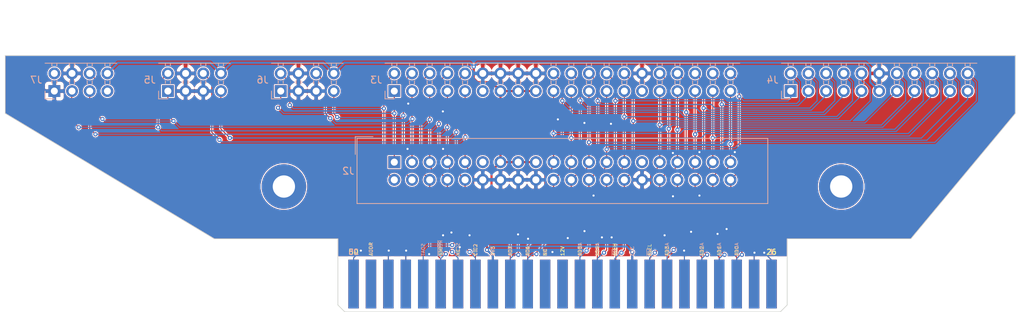
<source format=kicad_pcb>
(kicad_pcb (version 20171130) (host pcbnew "(5.1.5-0-10_14)")
  (layers (0 F.Cu signal) (31 B.Cu signal) (34 B.Paste user) (35 F.Paste user) (36 B.SilkS user hide) (37 F.SilkS user hide) (38 B.Mask user) (39 F.Mask user hide) (44 Edge.Cuts user))
  (net 0 "")
  (net 1 GND)
  (net 2 /AD15)
  (net 3 /AD14)
  (net 4 /AD13)
  (net 5 /AD12)
  (net 6 /WRITE#)
  (net 7 +3V3)
  (net 8 /READ#)
  (net 9 /AD11)
  (net 10 /AD10)
  (net 11 "Net-(J1-Pad13)")
  (net 12 "Net-(J1-Pad14)")
  (net 13 /AD9)
  (net 14 /AD8)
  (net 15 /CIC_DATA1)
  (net 16 /S_CLK)
  (net 17 /COLD_RESET#)
  (net 18 /S_DAT)
  (net 19 "Net-(J1-Pad24)")
  (net 20 /AD0)
  (net 21 /AD1)
  (net 22 /AD2)
  (net 23 /AD3)
  (net 24 /ALE_L)
  (net 25 /ALE_H)
  (net 26 /AD4)
  (net 27 /AD5)
  (net 28 "Net-(J1-Pad38)")
  (net 29 "Net-(J1-Pad39)")
  (net 30 /AD6)
  (net 31 /AD7)
  (net 32 /CIC_DATA2)
  (net 33 "Net-(J1-Pad44)")
  (net 34 /OS_EVENT#)
  (net 35 "Net-(J1-Pad46)")
  (net 36 "Net-(J1-Pad49)")
  (net 37 "Net-(J2-Pad29)")
  (net 38 "Net-(J2-Pad11)")
  (net 39 /MITM_DATA1)
  (net 40 /MITM_DATA2)
  (net 41 /MITM_CLK)
  (net 42 /MITM_RESET#)
  (net 43 "Net-(J3-Pad29)")
  (net 44 "Net-(J3-Pad11)")
  (net 45 "Net-(J7-Pad7)")
  (net 46 "Net-(J7-Pad2)")
  (module N64:N64_Cartridge_CardEdge (layer F.Cu) (at 132.75 126)
    (fp_text reference J1 hide)
    (fp_text value N64_Cartridge_CardEdge)
    (fp_text user 1 (at 30 -4.6) (layer B.SilkS) (effects (font (size 0.75 0.75)) (justify mirror)))
    (fp_text user 25 (at -30 -4.6) (layer B.SilkS) (effects (font (size 0.75 0.75)) (justify mirror)))
    (fp_text user 26 (at 30 -4.6) (layer F.SilkS) (effects (font (size 0.75 0.75))))
    (fp_text user 50 (at -30 -4.6) (layer F.SilkS) (effects (font (size 0.75 0.75))))
    (fp_text user NC (at -2.5 -4 90 unlocked) (layer F.SilkS) (effects (font (size 0.5 0.5) (thickness 0.075)) (justify left)))
    (fp_text user NC (at -15 -4 90 unlocked) (layer F.SilkS) (effects (font (size 0.5 0.5) (thickness 0.075)) (justify left)))
    (fp_text user AD15 (at 25 -4 90 unlocked) (layer B.SilkS) (effects (font (size 0.5 0.5) (thickness 0.075)) (justify right mirror)))
    (fp_text user AD14 (at 22.5 -4 90 unlocked) (layer B.SilkS) (effects (font (size 0.5 0.5) (thickness 0.075)) (justify right mirror)))
    (fp_text user AD13 (at 20 -4 90 unlocked) (layer B.SilkS) (effects (font (size 0.5 0.5) (thickness 0.075)) (justify right mirror)))
    (fp_text user AD12 (at 15 -4 90 unlocked) (layer B.SilkS) (effects (font (size 0.5 0.5) (thickness 0.075)) (justify right mirror)))
    (fp_text user ~WR (at 12.5 -4 90 unlocked) (layer B.SilkS) (effects (font (size 0.5 0.5) (thickness 0.075)) (justify right mirror)))
    (fp_text user ~RD (at 7.5 -4 90 unlocked) (layer B.SilkS) (effects (font (size 0.5 0.5) (thickness 0.075)) (justify right mirror)))
    (fp_text user AD11 (at 5 -4 90 unlocked) (layer B.SilkS) (effects (font (size 0.5 0.5) (thickness 0.075)) (justify right mirror)))
    (fp_text user AD10 (at 2.5 -4 90 unlocked) (layer B.SilkS) (effects (font (size 0.5 0.5) (thickness 0.075)) (justify right mirror)))
    (fp_text user 12V (at 0 -4 90 unlocked) (layer F.SilkS) (effects (font (size 0.5 0.5) (thickness 0.075)) (justify left)))
    (fp_text user AD9 (at -5 -4 90 unlocked) (layer B.SilkS) (effects (font (size 0.5 0.5) (thickness 0.075)) (justify right mirror)))
    (fp_text user AD8 (at -7.5 -4 90 unlocked) (layer B.SilkS) (effects (font (size 0.5 0.5) (thickness 0.075)) (justify right mirror)))
    (fp_text user CIC1 (at -12.5 -4 90 unlocked) (layer B.SilkS) (effects (font (size 0.5 0.5) (thickness 0.075)) (justify right mirror)))
    (fp_text user SCLK (at -15 -4 90 unlocked) (layer B.SilkS) (effects (font (size 0.5 0.5) (thickness 0.075)) (justify right mirror)))
    (fp_text user ~RESET (at -17.5 -4 90 unlocked) (layer B.SilkS) (effects (font (size 0.5 0.5) (thickness 0.075)) (justify right mirror)))
    (fp_text user SDAT (at -20 -4 90 unlocked) (layer B.SilkS) (effects (font (size 0.5 0.5) (thickness 0.075)) (justify right mirror)))
    (fp_text user AUDL (at -27.5 -4 90 unlocked) (layer B.SilkS) (effects (font (size 0.5 0.5) (thickness 0.075)) (justify right mirror)))
    (fp_text user AD0 (at 25 -4 90 unlocked) (layer F.SilkS) (effects (font (size 0.5 0.5) (thickness 0.075)) (justify left)))
    (fp_text user AD1 (at 22.5 -4 90 unlocked) (layer F.SilkS) (effects (font (size 0.5 0.5) (thickness 0.075)) (justify left)))
    (fp_text user AD2 (at 20 -4 90 unlocked) (layer F.SilkS) (effects (font (size 0.5 0.5) (thickness 0.075)) (justify left)))
    (fp_text user AD3 (at 15 -4 90 unlocked) (layer F.SilkS) (effects (font (size 0.5 0.5) (thickness 0.075)) (justify left)))
    (fp_text user ALEL (at 12.5 -4 90 unlocked) (layer F.SilkS) (effects (font (size 0.5 0.5) (thickness 0.075)) (justify left)))
    (fp_text user ALEH (at 7.5 -4 90 unlocked) (layer F.SilkS) (effects (font (size 0.5 0.5) (thickness 0.075)) (justify left)))
    (fp_text user 3V3 (at -10 -4 90 unlocked) (layer B.SilkS) (effects (font (size 0.5 0.5) (thickness 0.075)) (justify right mirror)))
    (fp_text user AD4 (at 5 -4 90 unlocked) (layer F.SilkS) (effects (font (size 0.5 0.5) (thickness 0.075)) (justify left)))
    (fp_text user AD5 (at 2.5 -4 90 unlocked) (layer F.SilkS) (effects (font (size 0.5 0.5) (thickness 0.075)) (justify left)))
    (fp_text user 12V (at 0 -4 90 unlocked) (layer F.SilkS) (effects (font (size 0.5 0.5) (thickness 0.075)) (justify left)))
    (fp_text user AD6 (at -5 -4 90 unlocked) (layer F.SilkS) (effects (font (size 0.5 0.5) (thickness 0.075)) (justify left)))
    (fp_text user AD7 (at -7.5 -4 90 unlocked) (layer F.SilkS) (effects (font (size 0.5 0.5) (thickness 0.075)) (justify left)))
    (fp_text user 3V3 (at -10 -4 90 unlocked) (layer F.SilkS) (effects (font (size 0.5 0.5) (thickness 0.075)) (justify left)))
    (fp_text user CIC2 (at -12.5 -4 90 unlocked) (layer F.SilkS) (effects (font (size 0.5 0.5) (thickness 0.075)) (justify left)))
    (fp_text user ~NMI (at -17.5 -4 90 unlocked) (layer F.SilkS) (effects (font (size 0.5 0.5) (thickness 0.075)) (justify left)))
    (fp_text user AUDR (at -27.5 -4 90 unlocked) (layer F.SilkS) (effects (font (size 0.5 0.5) (thickness 0.075)) (justify left)))
    (fp_text user 3V3 (at 10 -4 90 unlocked) (layer B.SilkS) (effects (font (size 0.5 0.5) (thickness 0.075)) (justify right mirror)))
    (fp_text user 3V3 (at -10 -4 90 unlocked) (layer B.SilkS) (effects (font (size 0.5 0.5) (thickness 0.075)) (justify right mirror)))
    (fp_text user NC (at -2.5 -4 90 unlocked) (layer B.SilkS) (effects (font (size 0.5 0.5) (thickness 0.075)) (justify right mirror)))
    (fp_text user NC (at -2.5 -4 90 unlocked) (layer F.SilkS) (effects (font (size 0.5 0.5) (thickness 0.075)) (justify left)))
    (pad 1 smd rect (at 30 0) (size 1.5 7) (layers B.Cu) (net 1 GND))
    (pad 2 smd rect (at 27.5 0) (size 1.5 7) (layers B.Cu) (net 1 GND))
    (pad 3 smd rect (at 25 0) (size 1.5 7) (layers B.Cu) (net 2 /AD15))
    (pad 4 smd rect (at 22.5 0) (size 1.5 7) (layers B.Cu) (net 3 /AD14))
    (pad 5 smd rect (at 20 0) (size 1.5 7) (layers B.Cu) (net 4 /AD13))
    (pad 6 smd rect (at 17.5 0) (size 1.5 7) (layers B.Cu) (net 1 GND))
    (pad 7 smd rect (at 15 0) (size 1.5 7) (layers B.Cu) (net 5 /AD12))
    (pad 8 smd rect (at 12.5 0) (size 1.5 7) (layers B.Cu) (net 6 /WRITE#))
    (pad 9 smd rect (at 10 0) (size 1.5 7) (layers B.Cu) (net 7 +3V3))
    (pad 10 smd rect (at 7.5 0) (size 1.5 7) (layers B.Cu) (net 8 /READ#))
    (pad 11 smd rect (at 5 0) (size 1.5 7) (layers B.Cu) (net 9 /AD11))
    (pad 12 smd rect (at 2.5 0) (size 1.5 7) (layers B.Cu) (net 10 /AD10))
    (pad 13 smd rect (at 0 0) (size 1.5 7) (layers B.Cu) (net 11 "Net-(J1-Pad13)"))
    (pad 14 smd rect (at -2.5 0) (size 1.5 7) (layers B.Cu) (net 12 "Net-(J1-Pad14)"))
    (pad 15 smd rect (at -5 0) (size 1.5 7) (layers B.Cu) (net 13 /AD9))
    (pad 16 smd rect (at -7.5 0) (size 1.5 7) (layers B.Cu) (net 14 /AD8))
    (pad 17 smd rect (at -10 0) (size 1.5 7) (layers B.Cu) (net 7 +3V3))
    (pad 18 smd rect (at -12.5 0) (size 1.5 7) (layers B.Cu) (net 15 /CIC_DATA1))
    (pad 19 smd rect (at -15 0) (size 1.5 7) (layers B.Cu) (net 16 /S_CLK))
    (pad 20 smd rect (at -17.5 0) (size 1.5 7) (layers B.Cu) (net 17 /COLD_RESET#))
    (pad 21 smd rect (at -20 0) (size 1.5 7) (layers B.Cu) (net 18 /S_DAT))
    (pad 22 smd rect (at -22.5 0) (size 1.5 7) (layers B.Cu) (net 1 GND))
    (pad 23 smd rect (at -25 0) (size 1.5 7) (layers B.Cu) (net 1 GND))
    (pad 24 smd rect (at -27.5 0) (size 1.5 7) (layers B.Cu) (net 19 "Net-(J1-Pad24)"))
    (pad 25 smd rect (at -30 0) (size 1.5 7) (layers B.Cu) (net 1 GND))
    (pad 26 smd rect (at 30 0) (size 1.5 7) (layers F.Cu) (net 1 GND))
    (pad 27 smd rect (at 27.5 0) (size 1.5 7) (layers F.Cu) (net 1 GND))
    (pad 28 smd rect (at 25 0) (size 1.5 7) (layers F.Cu) (net 20 /AD0))
    (pad 29 smd rect (at 22.5 0) (size 1.5 7) (layers F.Cu) (net 21 /AD1))
    (pad 30 smd rect (at 20 0) (size 1.5 7) (layers F.Cu) (net 22 /AD2))
    (pad 31 smd rect (at 17.5 0) (size 1.5 7) (layers F.Cu) (net 1 GND))
    (pad 32 smd rect (at 15 0) (size 1.5 7) (layers F.Cu) (net 23 /AD3))
    (pad 33 smd rect (at 12.5 0) (size 1.5 7) (layers F.Cu) (net 24 /ALE_L))
    (pad 34 smd rect (at 10 0) (size 1.5 7) (layers F.Cu) (net 7 +3V3))
    (pad 35 smd rect (at 7.5 0) (size 1.5 7) (layers F.Cu) (net 25 /ALE_H))
    (pad 36 smd rect (at 5 0) (size 1.5 7) (layers F.Cu) (net 26 /AD4))
    (pad 37 smd rect (at 2.5 0) (size 1.5 7) (layers F.Cu) (net 27 /AD5))
    (pad 38 smd rect (at 0 0) (size 1.5 7) (layers F.Cu) (net 28 "Net-(J1-Pad38)"))
    (pad 39 smd rect (at -2.5 0) (size 1.5 7) (layers F.Cu) (net 29 "Net-(J1-Pad39)"))
    (pad 40 smd rect (at -5 0) (size 1.5 7) (layers F.Cu) (net 30 /AD6))
    (pad 41 smd rect (at -7.5 0) (size 1.5 7) (layers F.Cu) (net 31 /AD7))
    (pad 42 smd rect (at -10 0) (size 1.5 7) (layers F.Cu) (net 7 +3V3))
    (pad 43 smd rect (at -12.5 0) (size 1.5 7) (layers F.Cu) (net 32 /CIC_DATA2))
    (pad 44 smd rect (at -15 0) (size 1.5 7) (layers F.Cu) (net 33 "Net-(J1-Pad44)"))
    (pad 45 smd rect (at -17.5 0) (size 1.5 7) (layers F.Cu) (net 34 /OS_EVENT#))
    (pad 46 smd rect (at -20 0) (size 1.5 7) (layers F.Cu) (net 35 "Net-(J1-Pad46)"))
    (pad 47 smd rect (at -22.5 0) (size 1.5 7) (layers F.Cu) (net 1 GND))
    (pad 48 smd rect (at -25 0) (size 1.5 7) (layers F.Cu) (net 1 GND))
    (pad 49 smd rect (at -27.5 0) (size 1.5 7) (layers F.Cu) (net 36 "Net-(J1-Pad49)"))
    (pad 50 smd rect (at -30 0) (size 1.5 7) (layers F.Cu) (net 1 GND))
  )
  (module connector:PinSocket_2x04_P2.54mm_Horizontal (layer B.Cu) (at 59.8 98.3 270)
    (fp_text reference J7 (at -1.6 2.6 180) (layer B.SilkS) (effects (justify mirror)))
    (fp_text value Conn_02x04_Counter_Clockwise)
    (pad 8 thru_hole oval (at -2.54 -7.62 270) (size 1.7 1.7) (drill 1) (layers *.Cu *.Mask) (net 7 +3V3))
    (pad 7 thru_hole oval (at 0 -7.62 270) (size 1.7 1.7) (drill 1) (layers *.Cu *.Mask) (net 45 "Net-(J7-Pad7)"))
    (pad 6 thru_hole oval (at -2.54 -5.08 270) (size 1.7 1.7) (drill 1) (layers *.Cu *.Mask) (net 17 /COLD_RESET#))
    (pad 5 thru_hole oval (at 0 -5.08 270) (size 1.7 1.7) (drill 1) (layers *.Cu *.Mask) (net 18 /S_DAT))
    (pad 4 thru_hole oval (at -2.54 -2.54 270) (size 1.7 1.7) (drill 1) (layers *.Cu *.Mask) (net 1 GND))
    (pad 3 thru_hole oval (at 0 -2.54 270) (size 1.7 1.7) (drill 1) (layers *.Cu *.Mask) (net 16 /S_CLK))
    (pad 2 thru_hole oval (at -2.54 0 270) (size 1.7 1.7) (drill 1) (layers *.Cu *.Mask) (net 46 "Net-(J7-Pad2)"))
    (pad 1 thru_hole rect (at 0 0 270) (size 1.7 1.7) (drill 1) (layers *.Cu *.Mask) (net 1 GND))
  )
  (module connector:PinSocket_2x04_P2.54mm_Horizontal (layer B.Cu) (at 92.3 98.3 270)
    (fp_text reference J6 (at -1.6 2.6 180) (layer B.SilkS) (effects (justify mirror)))
    (fp_text value Conn_02x04_Counter_Clockwise)
    (pad 8 thru_hole oval (at -2.54 -7.62 270) (size 1.7 1.7) (drill 1) (layers *.Cu *.Mask) (net 7 +3V3))
    (pad 7 thru_hole oval (at 0 -7.62 270) (size 1.7 1.7) (drill 1) (layers *.Cu *.Mask) (net 39 /MITM_DATA1))
    (pad 6 thru_hole oval (at -2.54 -5.08 270) (size 1.7 1.7) (drill 1) (layers *.Cu *.Mask) (net 40 /MITM_DATA2))
    (pad 5 thru_hole oval (at 0 -5.08 270) (size 1.7 1.7) (drill 1) (layers *.Cu *.Mask) (net 1 GND))
    (pad 4 thru_hole oval (at -2.54 -2.54 270) (size 1.7 1.7) (drill 1) (layers *.Cu *.Mask) (net 1 GND))
    (pad 3 thru_hole oval (at 0 -2.54 270) (size 1.7 1.7) (drill 1) (layers *.Cu *.Mask) (net 1 GND))
    (pad 2 thru_hole oval (at -2.54 0 270) (size 1.7 1.7) (drill 1) (layers *.Cu *.Mask) (net 41 /MITM_CLK))
    (pad 1 thru_hole rect (at 0 0 270) (size 1.7 1.7) (drill 1) (layers *.Cu *.Mask) (net 42 /MITM_RESET#))
  )
  (module connector:PinSocket_2x04_P2.54mm_Horizontal (layer B.Cu) (at 76.1 98.3 270)
    (fp_text reference J5 (at -1.6 2.6 180) (layer B.SilkS) (effects (justify mirror)))
    (fp_text value Conn_02x04_Counter_Clockwise)
    (pad 8 thru_hole oval (at -2.54 -7.62 270) (size 1.7 1.7) (drill 1) (layers *.Cu *.Mask) (net 7 +3V3))
    (pad 7 thru_hole oval (at 0 -7.62 270) (size 1.7 1.7) (drill 1) (layers *.Cu *.Mask) (net 15 /CIC_DATA1))
    (pad 6 thru_hole oval (at -2.54 -5.08 270) (size 1.7 1.7) (drill 1) (layers *.Cu *.Mask) (net 32 /CIC_DATA2))
    (pad 5 thru_hole oval (at 0 -5.08 270) (size 1.7 1.7) (drill 1) (layers *.Cu *.Mask) (net 1 GND))
    (pad 4 thru_hole oval (at -2.54 -2.54 270) (size 1.7 1.7) (drill 1) (layers *.Cu *.Mask) (net 1 GND))
    (pad 3 thru_hole oval (at 0 -2.54 270) (size 1.7 1.7) (drill 1) (layers *.Cu *.Mask) (net 1 GND))
    (pad 2 thru_hole oval (at -2.54 0 270) (size 1.7 1.7) (drill 1) (layers *.Cu *.Mask) (net 16 /S_CLK))
    (pad 1 thru_hole rect (at 0 0 270) (size 1.7 1.7) (drill 1) (layers *.Cu *.Mask) (net 17 /COLD_RESET#))
  )
  (module connector:PinSocket_2x11_P2.54mm_Horizontal (layer B.Cu) (at 165.5 98.3 270)
    (fp_text reference J4 (at -1.6 2.6 180) (layer B.SilkS) (effects (justify mirror)))
    (fp_text value Conn_02x11_Odd_Even)
    (pad 22 thru_hole oval (at -2.54 -25.4 270) (size 1.7 1.7) (drill 1) (layers *.Cu *.Mask) (net 26 /AD4))
    (pad 21 thru_hole oval (at 0 -25.4 270) (size 1.7 1.7) (drill 1) (layers *.Cu *.Mask) (net 20 /AD0))
    (pad 20 thru_hole oval (at -2.54 -22.86 270) (size 1.7 1.7) (drill 1) (layers *.Cu *.Mask) (net 27 /AD5))
    (pad 19 thru_hole oval (at 0 -22.86 270) (size 1.7 1.7) (drill 1) (layers *.Cu *.Mask) (net 21 /AD1))
    (pad 18 thru_hole oval (at -2.54 -20.32 270) (size 1.7 1.7) (drill 1) (layers *.Cu *.Mask) (net 30 /AD6))
    (pad 17 thru_hole oval (at 0 -20.32 270) (size 1.7 1.7) (drill 1) (layers *.Cu *.Mask) (net 22 /AD2))
    (pad 16 thru_hole oval (at -2.54 -17.78 270) (size 1.7 1.7) (drill 1) (layers *.Cu *.Mask) (net 31 /AD7))
    (pad 15 thru_hole oval (at 0 -17.78 270) (size 1.7 1.7) (drill 1) (layers *.Cu *.Mask) (net 23 /AD3))
    (pad 14 thru_hole oval (at -2.54 -15.24 270) (size 1.7 1.7) (drill 1) (layers *.Cu *.Mask) (net 6 /WRITE#))
    (pad 13 thru_hole oval (at 0 -15.24 270) (size 1.7 1.7) (drill 1) (layers *.Cu *.Mask) (net 24 /ALE_L))
    (pad 12 thru_hole oval (at -2.54 -12.7 270) (size 1.7 1.7) (drill 1) (layers *.Cu *.Mask) (net 1 GND))
    (pad 11 thru_hole oval (at 0 -12.7 270) (size 1.7 1.7) (drill 1) (layers *.Cu *.Mask) (net 7 +3V3))
    (pad 10 thru_hole oval (at -2.54 -10.16 270) (size 1.7 1.7) (drill 1) (layers *.Cu *.Mask) (net 8 /READ#))
    (pad 9 thru_hole oval (at 0 -10.16 270) (size 1.7 1.7) (drill 1) (layers *.Cu *.Mask) (net 25 /ALE_H))
    (pad 8 thru_hole oval (at -2.54 -7.62 270) (size 1.7 1.7) (drill 1) (layers *.Cu *.Mask) (net 14 /AD8))
    (pad 7 thru_hole oval (at 0 -7.62 270) (size 1.7 1.7) (drill 1) (layers *.Cu *.Mask) (net 5 /AD12))
    (pad 6 thru_hole oval (at -2.54 -5.08 270) (size 1.7 1.7) (drill 1) (layers *.Cu *.Mask) (net 13 /AD9))
    (pad 5 thru_hole oval (at 0 -5.08 270) (size 1.7 1.7) (drill 1) (layers *.Cu *.Mask) (net 4 /AD13))
    (pad 4 thru_hole oval (at -2.54 -2.54 270) (size 1.7 1.7) (drill 1) (layers *.Cu *.Mask) (net 10 /AD10))
    (pad 3 thru_hole oval (at 0 -2.54 270) (size 1.7 1.7) (drill 1) (layers *.Cu *.Mask) (net 3 /AD14))
    (pad 2 thru_hole oval (at -2.54 0 270) (size 1.7 1.7) (drill 1) (layers *.Cu *.Mask) (net 9 /AD11))
    (pad 1 thru_hole rect (at 0 0 270) (size 1.7 1.7) (drill 1) (layers *.Cu *.Mask) (net 2 /AD15))
  )
  (module connector:PinSocket_2x20_P2.54mm_Horizontal (layer B.Cu) (at 108.6 98.3 270)
    (fp_text reference J3 (at -1.6 2.6 180) (layer B.SilkS) (effects (justify mirror)))
    (fp_text value Conn_02x20_Odd_Even)
    (pad 40 thru_hole oval (at -2.54 -48.26 270) (size 1.7 1.7) (drill 1) (layers *.Cu *.Mask) (net 2 /AD15))
    (pad 39 thru_hole oval (at 0 -48.26 270) (size 1.7 1.7) (drill 1) (layers *.Cu *.Mask) (net 20 /AD0))
    (pad 38 thru_hole oval (at -2.54 -45.72 270) (size 1.7 1.7) (drill 1) (layers *.Cu *.Mask) (net 3 /AD14))
    (pad 37 thru_hole oval (at 0 -45.72 270) (size 1.7 1.7) (drill 1) (layers *.Cu *.Mask) (net 21 /AD1))
    (pad 36 thru_hole oval (at -2.54 -43.18 270) (size 1.7 1.7) (drill 1) (layers *.Cu *.Mask) (net 4 /AD13))
    (pad 35 thru_hole oval (at 0 -43.18 270) (size 1.7 1.7) (drill 1) (layers *.Cu *.Mask) (net 22 /AD2))
    (pad 34 thru_hole oval (at -2.54 -40.64 270) (size 1.7 1.7) (drill 1) (layers *.Cu *.Mask) (net 5 /AD12))
    (pad 33 thru_hole oval (at 0 -40.64 270) (size 1.7 1.7) (drill 1) (layers *.Cu *.Mask) (net 23 /AD3))
    (pad 32 thru_hole oval (at -2.54 -38.1 270) (size 1.7 1.7) (drill 1) (layers *.Cu *.Mask) (net 6 /WRITE#))
    (pad 31 thru_hole oval (at 0 -38.1 270) (size 1.7 1.7) (drill 1) (layers *.Cu *.Mask) (net 24 /ALE_L))
    (pad 30 thru_hole oval (at -2.54 -35.56 270) (size 1.7 1.7) (drill 1) (layers *.Cu *.Mask) (net 1 GND))
    (pad 29 thru_hole oval (at 0 -35.56 270) (size 1.7 1.7) (drill 1) (layers *.Cu *.Mask) (net 43 "Net-(J3-Pad29)"))
    (pad 28 thru_hole oval (at -2.54 -33.02 270) (size 1.7 1.7) (drill 1) (layers *.Cu *.Mask) (net 8 /READ#))
    (pad 27 thru_hole oval (at 0 -33.02 270) (size 1.7 1.7) (drill 1) (layers *.Cu *.Mask) (net 25 /ALE_H))
    (pad 26 thru_hole oval (at -2.54 -30.48 270) (size 1.7 1.7) (drill 1) (layers *.Cu *.Mask) (net 9 /AD11))
    (pad 25 thru_hole oval (at 0 -30.48 270) (size 1.7 1.7) (drill 1) (layers *.Cu *.Mask) (net 26 /AD4))
    (pad 24 thru_hole oval (at -2.54 -27.94 270) (size 1.7 1.7) (drill 1) (layers *.Cu *.Mask) (net 10 /AD10))
    (pad 23 thru_hole oval (at 0 -27.94 270) (size 1.7 1.7) (drill 1) (layers *.Cu *.Mask) (net 27 /AD5))
    (pad 22 thru_hole oval (at -2.54 -25.4 270) (size 1.7 1.7) (drill 1) (layers *.Cu *.Mask) (net 13 /AD9))
    (pad 21 thru_hole oval (at 0 -25.4 270) (size 1.7 1.7) (drill 1) (layers *.Cu *.Mask) (net 30 /AD6))
    (pad 20 thru_hole oval (at -2.54 -22.86 270) (size 1.7 1.7) (drill 1) (layers *.Cu *.Mask) (net 14 /AD8))
    (pad 19 thru_hole oval (at 0 -22.86 270) (size 1.7 1.7) (drill 1) (layers *.Cu *.Mask) (net 31 /AD7))
    (pad 18 thru_hole oval (at -2.54 -20.32 270) (size 1.7 1.7) (drill 1) (layers *.Cu *.Mask) (net 1 GND))
    (pad 17 thru_hole oval (at 0 -20.32 270) (size 1.7 1.7) (drill 1) (layers *.Cu *.Mask) (net 7 +3V3))
    (pad 16 thru_hole oval (at -2.54 -17.78 270) (size 1.7 1.7) (drill 1) (layers *.Cu *.Mask) (net 1 GND))
    (pad 15 thru_hole oval (at 0 -17.78 270) (size 1.7 1.7) (drill 1) (layers *.Cu *.Mask) (net 7 +3V3))
    (pad 14 thru_hole oval (at -2.54 -15.24 270) (size 1.7 1.7) (drill 1) (layers *.Cu *.Mask) (net 1 GND))
    (pad 13 thru_hole oval (at 0 -15.24 270) (size 1.7 1.7) (drill 1) (layers *.Cu *.Mask) (net 7 +3V3))
    (pad 12 thru_hole oval (at -2.54 -12.7 270) (size 1.7 1.7) (drill 1) (layers *.Cu *.Mask) (net 1 GND))
    (pad 11 thru_hole oval (at 0 -12.7 270) (size 1.7 1.7) (drill 1) (layers *.Cu *.Mask) (net 44 "Net-(J3-Pad11)"))
    (pad 10 thru_hole oval (at -2.54 -10.16 270) (size 1.7 1.7) (drill 1) (layers *.Cu *.Mask) (net 15 /CIC_DATA1))
    (pad 9 thru_hole oval (at 0 -10.16 270) (size 1.7 1.7) (drill 1) (layers *.Cu *.Mask) (net 32 /CIC_DATA2))
    (pad 8 thru_hole oval (at -2.54 -7.62 270) (size 1.7 1.7) (drill 1) (layers *.Cu *.Mask) (net 16 /S_CLK))
    (pad 7 thru_hole oval (at 0 -7.62 270) (size 1.7 1.7) (drill 1) (layers *.Cu *.Mask) (net 18 /S_DAT))
    (pad 6 thru_hole oval (at -2.54 -5.08 270) (size 1.7 1.7) (drill 1) (layers *.Cu *.Mask) (net 34 /OS_EVENT#))
    (pad 5 thru_hole oval (at 0 -5.08 270) (size 1.7 1.7) (drill 1) (layers *.Cu *.Mask) (net 17 /COLD_RESET#))
    (pad 4 thru_hole oval (at -2.54 -2.54 270) (size 1.7 1.7) (drill 1) (layers *.Cu *.Mask) (net 39 /MITM_DATA1))
    (pad 3 thru_hole oval (at 0 -2.54 270) (size 1.7 1.7) (drill 1) (layers *.Cu *.Mask) (net 40 /MITM_DATA2))
    (pad 2 thru_hole oval (at -2.54 0 270) (size 1.7 1.7) (drill 1) (layers *.Cu *.Mask) (net 41 /MITM_CLK))
    (pad 1 thru_hole rect (at 0 0 270) (size 1.7 1.7) (drill 1) (layers *.Cu *.Mask) (net 42 /MITM_RESET#))
  )
  (module MountingHole:MountingHole_3.2mm_M3_Pad (layer F.Cu) (at 92.75 112)
    (fp_text reference M1 hide)
    (fp_text value MountingHole_3.2mm_M3_Pad)
    (pad 1 thru_hole circle (at 0 0) (size 6.4 6.4) (drill 3.2) (layers *.Cu *.Mask))
  )
  (module MountingHole:MountingHole_3.2mm_M3_Pad (layer F.Cu) (at 172.75 112)
    (fp_text reference M2 hide)
    (fp_text value MountingHole_3.2mm_M3_Pad)
    (pad 1 thru_hole circle (at 0 0) (size 6.4 6.4) (drill 3.2) (layers *.Cu *.Mask))
  )
  (module Connector_IDC:IDC-Header_2x20_P2.54mm_Vertical (layer B.Cu) (at 108.6 108.5 270)
    (fp_text reference J2 (at 1.27 6.604 180) (layer B.SilkS) (effects (justify mirror)))
    (fp_text value Conn_02x20_Odd_Even)
    (pad 40 thru_hole oval (at 2.54 -48.26 270) (size 1.7272 1.7272) (drill 1.016) (layers *.Cu *.Mask) (net 2 /AD15))
    (pad 39 thru_hole oval (at 0 -48.26 270) (size 1.7272 1.7272) (drill 1.016) (layers *.Cu *.Mask) (net 20 /AD0))
    (pad 38 thru_hole oval (at 2.54 -45.72 270) (size 1.7272 1.7272) (drill 1.016) (layers *.Cu *.Mask) (net 3 /AD14))
    (pad 37 thru_hole oval (at 0 -45.72 270) (size 1.7272 1.7272) (drill 1.016) (layers *.Cu *.Mask) (net 21 /AD1))
    (pad 36 thru_hole oval (at 2.54 -43.18 270) (size 1.7272 1.7272) (drill 1.016) (layers *.Cu *.Mask) (net 4 /AD13))
    (pad 35 thru_hole oval (at 0 -43.18 270) (size 1.7272 1.7272) (drill 1.016) (layers *.Cu *.Mask) (net 22 /AD2))
    (pad 34 thru_hole oval (at 2.54 -40.64 270) (size 1.7272 1.7272) (drill 1.016) (layers *.Cu *.Mask) (net 5 /AD12))
    (pad 33 thru_hole oval (at 0 -40.64 270) (size 1.7272 1.7272) (drill 1.016) (layers *.Cu *.Mask) (net 23 /AD3))
    (pad 32 thru_hole oval (at 2.54 -38.1 270) (size 1.7272 1.7272) (drill 1.016) (layers *.Cu *.Mask) (net 6 /WRITE#))
    (pad 31 thru_hole oval (at 0 -38.1 270) (size 1.7272 1.7272) (drill 1.016) (layers *.Cu *.Mask) (net 24 /ALE_L))
    (pad 30 thru_hole oval (at 2.54 -35.56 270) (size 1.7272 1.7272) (drill 1.016) (layers *.Cu *.Mask) (net 1 GND))
    (pad 29 thru_hole oval (at 0 -35.56 270) (size 1.7272 1.7272) (drill 1.016) (layers *.Cu *.Mask) (net 37 "Net-(J2-Pad29)"))
    (pad 28 thru_hole oval (at 2.54 -33.02 270) (size 1.7272 1.7272) (drill 1.016) (layers *.Cu *.Mask) (net 8 /READ#))
    (pad 27 thru_hole oval (at 0 -33.02 270) (size 1.7272 1.7272) (drill 1.016) (layers *.Cu *.Mask) (net 25 /ALE_H))
    (pad 26 thru_hole oval (at 2.54 -30.48 270) (size 1.7272 1.7272) (drill 1.016) (layers *.Cu *.Mask) (net 9 /AD11))
    (pad 25 thru_hole oval (at 0 -30.48 270) (size 1.7272 1.7272) (drill 1.016) (layers *.Cu *.Mask) (net 26 /AD4))
    (pad 24 thru_hole oval (at 2.54 -27.94 270) (size 1.7272 1.7272) (drill 1.016) (layers *.Cu *.Mask) (net 10 /AD10))
    (pad 23 thru_hole oval (at 0 -27.94 270) (size 1.7272 1.7272) (drill 1.016) (layers *.Cu *.Mask) (net 27 /AD5))
    (pad 22 thru_hole oval (at 2.54 -25.4 270) (size 1.7272 1.7272) (drill 1.016) (layers *.Cu *.Mask) (net 13 /AD9))
    (pad 21 thru_hole oval (at 0 -25.4 270) (size 1.7272 1.7272) (drill 1.016) (layers *.Cu *.Mask) (net 30 /AD6))
    (pad 20 thru_hole oval (at 2.54 -22.86 270) (size 1.7272 1.7272) (drill 1.016) (layers *.Cu *.Mask) (net 14 /AD8))
    (pad 19 thru_hole oval (at 0 -22.86 270) (size 1.7272 1.7272) (drill 1.016) (layers *.Cu *.Mask) (net 31 /AD7))
    (pad 18 thru_hole oval (at 2.54 -20.32 270) (size 1.7272 1.7272) (drill 1.016) (layers *.Cu *.Mask) (net 1 GND))
    (pad 17 thru_hole oval (at 0 -20.32 270) (size 1.7272 1.7272) (drill 1.016) (layers *.Cu *.Mask) (net 7 +3V3))
    (pad 16 thru_hole oval (at 2.54 -17.78 270) (size 1.7272 1.7272) (drill 1.016) (layers *.Cu *.Mask) (net 1 GND))
    (pad 15 thru_hole oval (at 0 -17.78 270) (size 1.7272 1.7272) (drill 1.016) (layers *.Cu *.Mask) (net 7 +3V3))
    (pad 14 thru_hole oval (at 2.54 -15.24 270) (size 1.7272 1.7272) (drill 1.016) (layers *.Cu *.Mask) (net 1 GND))
    (pad 13 thru_hole oval (at 0 -15.24 270) (size 1.7272 1.7272) (drill 1.016) (layers *.Cu *.Mask) (net 7 +3V3))
    (pad 12 thru_hole oval (at 2.54 -12.7 270) (size 1.7272 1.7272) (drill 1.016) (layers *.Cu *.Mask) (net 1 GND))
    (pad 11 thru_hole oval (at 0 -12.7 270) (size 1.7272 1.7272) (drill 1.016) (layers *.Cu *.Mask) (net 38 "Net-(J2-Pad11)"))
    (pad 10 thru_hole oval (at 2.54 -10.16 270) (size 1.7272 1.7272) (drill 1.016) (layers *.Cu *.Mask) (net 15 /CIC_DATA1))
    (pad 9 thru_hole oval (at 0 -10.16 270) (size 1.7272 1.7272) (drill 1.016) (layers *.Cu *.Mask) (net 32 /CIC_DATA2))
    (pad 8 thru_hole oval (at 2.54 -7.62 270) (size 1.7272 1.7272) (drill 1.016) (layers *.Cu *.Mask) (net 16 /S_CLK))
    (pad 7 thru_hole oval (at 0 -7.62 270) (size 1.7272 1.7272) (drill 1.016) (layers *.Cu *.Mask) (net 18 /S_DAT))
    (pad 6 thru_hole oval (at 2.54 -5.08 270) (size 1.7272 1.7272) (drill 1.016) (layers *.Cu *.Mask) (net 34 /OS_EVENT#))
    (pad 5 thru_hole oval (at 0 -5.08 270) (size 1.7272 1.7272) (drill 1.016) (layers *.Cu *.Mask) (net 17 /COLD_RESET#))
    (pad 4 thru_hole oval (at 2.54 -2.54 270) (size 1.7272 1.7272) (drill 1.016) (layers *.Cu *.Mask) (net 39 /MITM_DATA1))
    (pad 3 thru_hole oval (at 0 -2.54 270) (size 1.7272 1.7272) (drill 1.016) (layers *.Cu *.Mask) (net 40 /MITM_DATA2))
    (pad 2 thru_hole oval (at 2.54 0 270) (size 1.7272 1.7272) (drill 1.016) (layers *.Cu *.Mask) (net 41 /MITM_CLK))
    (pad 1 thru_hole rect (at 0 0 270) (size 1.7272 1.7272) (drill 1.016) (layers *.Cu *.Mask) (net 42 /MITM_RESET#))
  )
  (gr_line (start 52.75 101.5) (end 82.75 119.5) (layer Edge.Cuts) (width 0.1))
  (gr_line (start 52.75 93.2) (end 52.75 101.5) (layer Edge.Cuts) (width 0.1))
  (gr_line (start 197.75 93.2) (end 52.75 93.2) (layer Edge.Cuts) (width 0.1))
  (gr_line (start 197.75 101.5) (end 197.75 93.2) (layer Edge.Cuts) (width 0.1))
  (gr_line (start 182.75 119.5) (end 197.75 101.5) (layer Edge.Cuts) (width 0.1))
  (gr_line (start 165 129) (end 164 130) (layer Edge.Cuts) (width 0.1))
  (gr_line (start 100.5 129) (end 101.5 130) (layer Edge.Cuts) (width 0.1))
  (gr_line (start 182.75 119.5) (end 165 119.5) (layer Edge.Cuts) (width 0.1))
  (gr_line (start 165 129) (end 165 119.5) (layer Edge.Cuts) (width 0.1))
  (gr_line (start 100.5 119.5) (end 82.75 119.5) (layer Edge.Cuts) (width 0.1))
  (gr_line (start 100.5 129) (end 100.5 119.5) (layer Edge.Cuts) (width 0.1))
  (gr_line (start 164 130) (end 101.5 130) (layer Edge.Cuts) (width 0.1))
  (via (at 107.8 121.2) (size 0.6) (drill 0.3) (layers F.Cu B.Cu) (net 1))
  (via (at 110.3 121.2) (size 0.6) (drill 0.3) (layers F.Cu B.Cu) (net 1))
  (via (at 160.3 121.5) (size 0.6) (drill 0.3) (layers F.Cu B.Cu) (net 1))
  (via (at 133.5 119.4) (size 0.6) (drill 0.3) (layers F.Cu B.Cu) (net 1))
  (via (at 118 120.7) (size 0.6) (drill 0.3) (layers F.Cu B.Cu) (net 1))
  (via (at 119.4 119) (size 0.6) (drill 0.3) (layers F.Cu B.Cu) (net 1))
  (via (at 116.8 118.6) (size 0.6) (drill 0.3) (layers F.Cu B.Cu) (net 1))
  (via (at 115.6 119) (size 0.6) (drill 0.3) (layers F.Cu B.Cu) (net 1))
  (via (at 126.365 118.872) (size 0.6) (drill 0.3) (layers F.Cu B.Cu) (net 1))
  (via (at 127.8 119.5) (size 0.6) (drill 0.3) (layers F.Cu B.Cu) (net 1))
  (via (at 135.9 118.4) (size 0.6) (drill 0.3) (layers F.Cu B.Cu) (net 1))
  (via (at 137.2 113.3) (size 0.6) (drill 0.3) (layers F.Cu B.Cu) (net 1))
  (via (at 138.4 119.3) (size 0.6) (drill 0.3) (layers F.Cu B.Cu) (net 1))
  (via (at 139.8 119.3) (size 0.6) (drill 0.3) (layers F.Cu B.Cu) (net 1))
  (via (at 147.4 119) (size 0.6) (drill 0.3) (layers F.Cu B.Cu) (net 1))
  (via (at 148.6 113.4) (size 0.6) (drill 0.3) (layers F.Cu B.Cu) (net 1))
  (via (at 151.2 118.5) (size 0.6) (drill 0.3) (layers F.Cu B.Cu) (net 1))
  (via (at 152.4 113.3) (size 0.6) (drill 0.3) (layers F.Cu B.Cu) (net 1))
  (via (at 155 118.8) (size 0.6) (drill 0.3) (layers F.Cu B.Cu) (net 1))
  (via (at 156.3 118.1) (size 0.6) (drill 0.3) (layers F.Cu B.Cu) (net 1))
  (via (at 115.57 101.219) (size 0.6) (drill 0.3) (layers F.Cu B.Cu) (net 1))
  (via (at 115.6 106.6) (size 0.6) (drill 0.3) (layers F.Cu B.Cu) (net 1))
  (via (at 110.6 100.1) (size 0.6) (drill 0.3) (layers F.Cu B.Cu) (net 1))
  (via (at 110.5 106.6) (size 0.6) (drill 0.3) (layers F.Cu B.Cu) (net 1))
  (via (at 131.3 121.4) (size 0.6) (drill 0.3) (layers F.Cu B.Cu) (net 1))
  (via (at 113.6 121.7) (size 0.6) (drill 0.3) (layers F.Cu B.Cu) (net 1))
  (segment (start 107.75 121.25) (end 107.8 121.2) (width 0.1524) (layer B.Cu) (net 1))
  (segment (start 107.75 126) (end 107.75 121.25) (width 0.1524) (layer B.Cu) (net 1))
  (segment (start 110.25 121.25) (end 110.3 121.2) (width 0.1524) (layer B.Cu) (net 1))
  (segment (start 110.25 126) (end 110.25 121.25) (width 0.1524) (layer B.Cu) (net 1))
  (segment (start 160.25 121.55) (end 160.3 121.5) (width 0.1524) (layer B.Cu) (net 1))
  (segment (start 160.25 126) (end 160.25 121.55) (width 0.1524) (layer B.Cu) (net 1))
  (segment (start 160.25 121.55) (end 160.3 121.5) (width 0.1524) (layer F.Cu) (net 1))
  (segment (start 160.25 126) (end 160.25 121.55) (width 0.1524) (layer F.Cu) (net 1))
  (segment (start 110.25 121.25) (end 110.3 121.2) (width 0.1524) (layer F.Cu) (net 1))
  (segment (start 110.25 126) (end 110.25 121.25) (width 0.1524) (layer F.Cu) (net 1))
  (segment (start 107.75 121.25) (end 107.8 121.2) (width 0.1524) (layer F.Cu) (net 1))
  (segment (start 107.75 126) (end 107.75 121.25) (width 0.1524) (layer F.Cu) (net 1))
  (segment (start 150.25 126) (end 150.25 121.25) (width 0.1524) (layer F.Cu) (net 1))
  (segment (start 150.25 126) (end 150.25 121.25) (width 0.1524) (layer B.Cu) (net 1))
  (segment (start 150.25 121.25) (end 150.2 121.2) (width 0.1524) (layer B.Cu) (net 1))
  (segment (start 150.25 121.25) (end 150.2 121.2) (width 0.1524) (layer F.Cu) (net 1))
  (via (at 150.2 121.2) (size 0.6) (drill 0.3) (layers F.Cu B.Cu) (net 1))
  (segment (start 103.500001 121.499999) (end 103.8 121.2) (width 0.1524) (layer B.Cu) (net 1))
  (segment (start 102.75 122.25) (end 103.500001 121.499999) (width 0.1524) (layer F.Cu) (net 1))
  (segment (start 103.500001 121.499999) (end 103.8 121.2) (width 0.1524) (layer F.Cu) (net 1))
  (segment (start 102.75 122.25) (end 103.500001 121.499999) (width 0.1524) (layer B.Cu) (net 1))
  (segment (start 102.75 126) (end 102.75 122.25) (width 0.1524) (layer F.Cu) (net 1))
  (segment (start 102.75 126) (end 102.75 122.25) (width 0.1524) (layer B.Cu) (net 1))
  (via (at 103.8 121.2) (size 0.6) (drill 0.3) (layers F.Cu B.Cu) (net 1))
  (via (at 161.7 121.499998) (size 0.6) (drill 0.3) (layers F.Cu B.Cu) (net 1))
  (segment (start 162.75 122.549998) (end 161.7 121.499998) (width 0.1524) (layer B.Cu) (net 1))
  (segment (start 162.75 126) (end 162.75 122.549998) (width 0.1524) (layer B.Cu) (net 1))
  (segment (start 162.75 122.549998) (end 161.7 121.499998) (width 0.1524) (layer F.Cu) (net 1))
  (segment (start 162.75 126) (end 162.75 122.549998) (width 0.1524) (layer F.Cu) (net 1))
  (via (at 132.08 102.362) (size 0.6) (drill 0.3) (layers F.Cu B.Cu) (net 1))
  (via (at 135.89 102.87) (size 0.6) (drill 0.3) (layers F.Cu B.Cu) (net 1))
  (via (at 139.7 102.997) (size 0.6) (drill 0.3) (layers F.Cu B.Cu) (net 1))
  (via (at 148.59 107.188) (size 0.6) (drill 0.3) (layers F.Cu B.Cu) (net 1))
  (via (at 152.4 107.061) (size 0.6) (drill 0.3) (layers F.Cu B.Cu) (net 1))
  (via (at 157.48 107.061) (size 0.6) (drill 0.3) (layers F.Cu B.Cu) (net 1))
  (via (at 158.5 121.8) (size 0.6) (drill 0.3) (layers F.Cu B.Cu) (net 2))
  (segment (start 157.75 126) (end 157.75 122.3476) (width 0.1524) (layer B.Cu) (net 2))
  (segment (start 157.75 122.3476) (end 158.2976 121.8) (width 0.1524) (layer B.Cu) (net 2))
  (segment (start 158.2976 121.8) (end 158.5 121.8) (width 0.1524) (layer B.Cu) (net 2))
  (segment (start 156.9 119.775736) (end 158.5 121.375736) (width 0.1524) (layer F.Cu) (net 2))
  (segment (start 156.9 111.08) (end 156.9 119.775736) (width 0.1524) (layer F.Cu) (net 2))
  (segment (start 158.5 121.375736) (end 158.5 121.8) (width 0.1524) (layer F.Cu) (net 2))
  (segment (start 156.86 111.04) (end 156.9 111.08) (width 0.1524) (layer F.Cu) (net 2))
  (via (at 158.114998 99.060002) (size 0.6) (drill 0.3) (layers F.Cu B.Cu) (net 2))
  (segment (start 158.114998 109.785002) (end 158.114998 99.484266) (width 0.1524) (layer F.Cu) (net 2))
  (segment (start 158.114998 99.484266) (end 158.114998 99.060002) (width 0.1524) (layer F.Cu) (net 2))
  (segment (start 156.86 111.04) (end 158.114998 109.785002) (width 0.1524) (layer F.Cu) (net 2))
  (segment (start 156.86 95.76) (end 158.114998 97.014998) (width 0.1524) (layer F.Cu) (net 2))
  (segment (start 158.114998 97.014998) (end 158.114998 99.060002) (width 0.1524) (layer F.Cu) (net 2))
  (segment (start 165.1 99.695) (end 158.75 99.695) (width 0.1524) (layer B.Cu) (net 2))
  (segment (start 165.5 98.3) (end 165.5 99.295) (width 0.1524) (layer B.Cu) (net 2))
  (segment (start 165.5 99.295) (end 165.1 99.695) (width 0.1524) (layer B.Cu) (net 2))
  (segment (start 158.75 99.695) (end 158.115 99.06) (width 0.1524) (layer B.Cu) (net 2))
  (segment (start 158.115 99.06) (end 158.114998 99.060002) (width 0.1524) (layer B.Cu) (net 2))
  (segment (start 155.25 122.3476) (end 155.7976 121.8) (width 0.1524) (layer B.Cu) (net 3))
  (segment (start 155.25 126) (end 155.25 122.3476) (width 0.1524) (layer B.Cu) (net 3))
  (segment (start 155.7976 121.8) (end 156 121.8) (width 0.1524) (layer B.Cu) (net 3))
  (segment (start 154.32 120.12) (end 156 121.8) (width 0.1524) (layer F.Cu) (net 3))
  (segment (start 154.32 111.04) (end 154.32 120.12) (width 0.1524) (layer F.Cu) (net 3))
  (via (at 156 121.8) (size 0.6) (drill 0.3) (layers F.Cu B.Cu) (net 3))
  (segment (start 155.6 97.04) (end 154.32 95.76) (width 0.1524) (layer F.Cu) (net 3))
  (segment (start 154.32 110.58) (end 155.6 109.3) (width 0.1524) (layer F.Cu) (net 3))
  (segment (start 154.32 111.04) (end 154.32 110.58) (width 0.1524) (layer F.Cu) (net 3))
  (segment (start 155.6 109.3) (end 155.6 105.1) (width 0.1524) (layer F.Cu) (net 3))
  (segment (start 155.6 105.1) (end 155.6 97.04) (width 0.1524) (layer F.Cu) (net 3))
  (via (at 155.6 100.207658) (size 0.6) (drill 0.3) (layers F.Cu B.Cu) (net 3))
  (segment (start 155.773153 100.380811) (end 155.6 100.207658) (width 0.1524) (layer B.Cu) (net 3))
  (segment (start 166.573189 100.380811) (end 155.773153 100.380811) (width 0.1524) (layer B.Cu) (net 3))
  (segment (start 168.04 98.914) (end 166.573189 100.380811) (width 0.1524) (layer B.Cu) (net 3))
  (segment (start 168.04 98.3) (end 168.04 98.914) (width 0.1524) (layer B.Cu) (net 3))
  (via (at 153.5 121.800002) (size 0.6) (drill 0.3) (layers F.Cu B.Cu) (net 4))
  (segment (start 151.78 111.04) (end 151.78 120.080002) (width 0.1524) (layer F.Cu) (net 4))
  (segment (start 153.297598 121.800002) (end 153.5 121.800002) (width 0.1524) (layer B.Cu) (net 4))
  (segment (start 151.78 120.080002) (end 153.5 121.800002) (width 0.1524) (layer F.Cu) (net 4))
  (segment (start 152.75 126) (end 152.75 122.3476) (width 0.1524) (layer B.Cu) (net 4))
  (segment (start 152.75 122.3476) (end 153.297598 121.800002) (width 0.1524) (layer B.Cu) (net 4))
  (segment (start 151.78 110.62) (end 153 109.4) (width 0.1524) (layer F.Cu) (net 4))
  (segment (start 151.78 111.04) (end 151.78 110.62) (width 0.1524) (layer F.Cu) (net 4))
  (segment (start 153 109.4) (end 153 104.4) (width 0.1524) (layer F.Cu) (net 4))
  (segment (start 152.629999 96.609999) (end 151.78 95.76) (width 0.1524) (layer F.Cu) (net 4))
  (segment (start 153 96.98) (end 152.629999 96.609999) (width 0.1524) (layer F.Cu) (net 4))
  (segment (start 153 104.4) (end 153 96.98) (width 0.1524) (layer F.Cu) (net 4))
  (via (at 153 100.746) (size 0.6) (drill 0.3) (layers F.Cu B.Cu) (net 4))
  (segment (start 153.424264 100.746) (end 153 100.746) (width 0.1524) (layer B.Cu) (net 4))
  (segment (start 153.719343 101.041079) (end 153.424264 100.746) (width 0.1524) (layer B.Cu) (net 4))
  (segment (start 168.452921 101.041079) (end 153.719343 101.041079) (width 0.1524) (layer B.Cu) (net 4))
  (segment (start 170.58 98.914) (end 168.452921 101.041079) (width 0.1524) (layer B.Cu) (net 4))
  (segment (start 170.58 98.3) (end 170.58 98.914) (width 0.1524) (layer B.Cu) (net 4))
  (via (at 148.7 121.1) (size 0.6) (drill 0.3) (layers F.Cu B.Cu) (net 5))
  (segment (start 147.75 126) (end 147.75 122.05) (width 0.1524) (layer B.Cu) (net 5))
  (segment (start 149.24 111.04) (end 149.24 120.56) (width 0.1524) (layer F.Cu) (net 5))
  (segment (start 149.24 120.56) (end 148.7 121.1) (width 0.1524) (layer F.Cu) (net 5))
  (segment (start 147.75 122.05) (end 148.7 121.1) (width 0.1524) (layer B.Cu) (net 5))
  (segment (start 149.24 95.76) (end 150.5 97.02) (width 0.1524) (layer F.Cu) (net 5))
  (segment (start 150.5 97.02) (end 150.5 101.341) (width 0.1524) (layer F.Cu) (net 5))
  (via (at 150.5 101.341) (size 0.6) (drill 0.3) (layers F.Cu B.Cu) (net 5))
  (segment (start 150.5 109.342) (end 150.5 103.681531) (width 0.1524) (layer F.Cu) (net 5))
  (segment (start 149.24 110.602) (end 150.5 109.342) (width 0.1524) (layer F.Cu) (net 5))
  (segment (start 150.5 103.681531) (end 150.5 101.341) (width 0.1524) (layer F.Cu) (net 5))
  (segment (start 149.24 111.04) (end 149.24 110.602) (width 0.1524) (layer F.Cu) (net 5))
  (segment (start 173.12 98.914) (end 173.12 98.3) (width 0.1524) (layer B.Cu) (net 5))
  (segment (start 170.383299 101.650701) (end 173.12 98.914) (width 0.1524) (layer B.Cu) (net 5))
  (segment (start 150.809701 101.650701) (end 170.383299 101.650701) (width 0.1524) (layer B.Cu) (net 5))
  (segment (start 150.5 101.341) (end 150.809701 101.650701) (width 0.1524) (layer B.Cu) (net 5))
  (via (at 146 121.5) (size 0.6) (drill 0.3) (layers F.Cu B.Cu) (net 6))
  (segment (start 145.25 122.25) (end 146 121.5) (width 0.1524) (layer B.Cu) (net 6))
  (segment (start 145.25 126) (end 145.25 122.25) (width 0.1524) (layer B.Cu) (net 6))
  (segment (start 146.7 120.8) (end 146.7 111.04) (width 0.1524) (layer F.Cu) (net 6))
  (segment (start 146 121.5) (end 146.7 120.8) (width 0.1524) (layer F.Cu) (net 6))
  (segment (start 146.7 95.76) (end 148 97.06) (width 0.1524) (layer F.Cu) (net 6))
  (segment (start 147.998498 97.101502) (end 147.998498 102.647645) (width 0.1524) (layer F.Cu) (net 6))
  (segment (start 146.7 111.04) (end 147.998498 109.741502) (width 0.1524) (layer F.Cu) (net 6))
  (segment (start 147.998498 102.647645) (end 147.998498 103.071909) (width 0.1524) (layer F.Cu) (net 6))
  (segment (start 148 97.1) (end 147.998498 97.101502) (width 0.1524) (layer F.Cu) (net 6))
  (segment (start 147.998498 109.741502) (end 147.998498 103.715502) (width 0.1524) (layer F.Cu) (net 6))
  (segment (start 147.998498 103.715502) (end 147.998498 103.071909) (width 0.1524) (layer F.Cu) (net 6))
  (via (at 147.998498 103.715502) (size 0.6) (drill 0.3) (layers F.Cu B.Cu) (net 6))
  (segment (start 181.589999 96.609999) (end 180.74 95.76) (width 0.1524) (layer B.Cu) (net 6))
  (segment (start 181.991 97.011) (end 181.589999 96.609999) (width 0.1524) (layer B.Cu) (net 6))
  (segment (start 178.511244 103.174756) (end 181.991 99.695) (width 0.1524) (layer B.Cu) (net 6))
  (segment (start 181.991 99.695) (end 181.991 97.011) (width 0.1524) (layer B.Cu) (net 6))
  (segment (start 148.539244 103.174756) (end 178.511244 103.174756) (width 0.1524) (layer B.Cu) (net 6))
  (segment (start 147.998498 103.715502) (end 148.539244 103.174756) (width 0.1524) (layer B.Cu) (net 6))
  (via (at 121.9 121.1) (size 0.6) (drill 0.3) (layers F.Cu B.Cu) (net 7))
  (via (at 120 94.8) (size 0.6) (drill 0.3) (layers F.Cu B.Cu) (net 7))
  (segment (start 122.75 121.95) (end 121.9 121.1) (width 0.3048) (layer B.Cu) (net 7))
  (segment (start 122.75 126) (end 122.75 121.95) (width 0.3048) (layer B.Cu) (net 7))
  (segment (start 121.9 118.384) (end 121.9 121.1) (width 0.3048) (layer F.Cu) (net 7))
  (segment (start 122.555 117.729) (end 121.9 118.384) (width 0.3048) (layer F.Cu) (net 7))
  (segment (start 122.555 109.785) (end 122.555 117.729) (width 0.3048) (layer F.Cu) (net 7))
  (segment (start 123.84 108.5) (end 122.555 109.785) (width 0.3048) (layer F.Cu) (net 7))
  (segment (start 122.75 121.95) (end 122.75 126) (width 0.3048) (layer F.Cu) (net 7))
  (segment (start 121.9 121.1) (end 122.75 121.95) (width 0.3048) (layer F.Cu) (net 7))
  (via (at 142.748 121.412) (size 0.6) (drill 0.3) (layers F.Cu B.Cu) (net 7))
  (segment (start 142.75 121.414) (end 142.748 121.412) (width 0.3048) (layer B.Cu) (net 7))
  (segment (start 142.75 126) (end 142.75 121.414) (width 0.3048) (layer B.Cu) (net 7))
  (segment (start 142.748 125.998) (end 142.75 126) (width 0.3048) (layer F.Cu) (net 7))
  (segment (start 142.748 121.412) (end 142.748 125.998) (width 0.3048) (layer F.Cu) (net 7))
  (segment (start 122.404801 120.595199) (end 122.199999 120.800001) (width 0.3048) (layer B.Cu) (net 7))
  (segment (start 122.199999 120.800001) (end 121.9 121.1) (width 0.3048) (layer B.Cu) (net 7))
  (segment (start 141.931199 120.595199) (end 122.404801 120.595199) (width 0.3048) (layer B.Cu) (net 7))
  (segment (start 142.748 121.412) (end 141.931199 120.595199) (width 0.3048) (layer B.Cu) (net 7))
  (segment (start 123.84 108.5) (end 126.38 108.5) (width 0.3048) (layer F.Cu) (net 7))
  (segment (start 126.38 108.5) (end 128.92 108.5) (width 0.3048) (layer F.Cu) (net 7))
  (segment (start 123.84 98.3) (end 126.38 98.3) (width 0.3048) (layer F.Cu) (net 7))
  (segment (start 126.38 98.3) (end 128.92 98.3) (width 0.3048) (layer F.Cu) (net 7))
  (segment (start 123.84 99.502081) (end 123.84 108.5) (width 0.3048) (layer F.Cu) (net 7))
  (segment (start 123.84 98.3) (end 123.84 99.502081) (width 0.3048) (layer F.Cu) (net 7))
  (segment (start 120 95.224264) (end 120 94.8) (width 0.3048) (layer F.Cu) (net 7))
  (segment (start 120 96.464053) (end 120 95.224264) (width 0.3048) (layer F.Cu) (net 7))
  (segment (start 120.563947 97.028) (end 120 96.464053) (width 0.3048) (layer F.Cu) (net 7))
  (segment (start 122.568 97.028) (end 120.563947 97.028) (width 0.3048) (layer F.Cu) (net 7))
  (segment (start 123.84 98.3) (end 122.568 97.028) (width 0.3048) (layer F.Cu) (net 7))
  (segment (start 176.911 94.869) (end 176.911 97.011) (width 0.3048) (layer B.Cu) (net 7))
  (segment (start 176.276 94.234) (end 176.911 94.869) (width 0.3048) (layer B.Cu) (net 7))
  (segment (start 120.566 94.234) (end 176.276 94.234) (width 0.3048) (layer B.Cu) (net 7))
  (segment (start 176.911 97.011) (end 178.2 98.3) (width 0.3048) (layer B.Cu) (net 7))
  (segment (start 120 94.8) (end 120.566 94.234) (width 0.3048) (layer B.Cu) (net 7))
  (segment (start 120 94.8) (end 119.434 94.234) (width 0.3048) (layer B.Cu) (net 7))
  (segment (start 101.446 94.234) (end 99.92 95.76) (width 0.3048) (layer B.Cu) (net 7))
  (segment (start 119.434 94.234) (end 101.446 94.234) (width 0.3048) (layer B.Cu) (net 7))
  (segment (start 99.92 95.76) (end 98.394 94.234) (width 0.3048) (layer B.Cu) (net 7))
  (segment (start 85.246 94.234) (end 83.72 95.76) (width 0.3048) (layer B.Cu) (net 7))
  (segment (start 98.394 94.234) (end 85.246 94.234) (width 0.3048) (layer B.Cu) (net 7))
  (segment (start 83.72 95.76) (end 82.194 94.234) (width 0.3048) (layer B.Cu) (net 7))
  (segment (start 68.946 94.234) (end 67.42 95.76) (width 0.3048) (layer B.Cu) (net 7))
  (segment (start 82.194 94.234) (end 68.946 94.234) (width 0.3048) (layer B.Cu) (net 7))
  (via (at 141.2 121.5) (size 0.6) (drill 0.3) (layers F.Cu B.Cu) (net 8))
  (segment (start 141.0976 121.5) (end 141.2 121.5) (width 0.1524) (layer B.Cu) (net 8))
  (segment (start 140.25 122.3476) (end 141.0976 121.5) (width 0.1524) (layer B.Cu) (net 8))
  (segment (start 140.25 126) (end 140.25 122.3476) (width 0.1524) (layer B.Cu) (net 8))
  (segment (start 141.62 121.08) (end 141.62 111.04) (width 0.1524) (layer F.Cu) (net 8))
  (segment (start 141.2 121.5) (end 141.62 121.08) (width 0.1524) (layer F.Cu) (net 8))
  (segment (start 141.62 95.76) (end 142.9 97.04) (width 0.1524) (layer F.Cu) (net 8))
  (segment (start 141.62 111.04) (end 142.9 109.76) (width 0.1524) (layer F.Cu) (net 8))
  (segment (start 142.9 102.175736) (end 142.9 102.6) (width 0.1524) (layer F.Cu) (net 8))
  (segment (start 142.9 109.76) (end 142.9 103.024264) (width 0.1524) (layer F.Cu) (net 8))
  (segment (start 142.9 97.04) (end 142.9 102.175736) (width 0.1524) (layer F.Cu) (net 8))
  (segment (start 142.9 103.024264) (end 142.9 102.6) (width 0.1524) (layer F.Cu) (net 8))
  (segment (start 142.9 102.6) (end 142.9 102.6) (width 0.1524) (layer F.Cu) (net 8))
  (via (at 142.9 102.6) (size 0.6) (drill 0.3) (layers F.Cu B.Cu) (net 8))
  (segment (start 142.934866 102.565134) (end 142.9 102.6) (width 0.1524) (layer B.Cu) (net 8))
  (segment (start 176.911 99.695) (end 174.040866 102.565134) (width 0.1524) (layer B.Cu) (net 8))
  (segment (start 176.911 97.79) (end 176.911 99.695) (width 0.1524) (layer B.Cu) (net 8))
  (segment (start 174.040866 102.565134) (end 142.934866 102.565134) (width 0.1524) (layer B.Cu) (net 8))
  (segment (start 175.66 96.539) (end 176.911 97.79) (width 0.1524) (layer B.Cu) (net 8))
  (segment (start 175.66 95.76) (end 175.66 96.539) (width 0.1524) (layer B.Cu) (net 8))
  (via (at 138.7 121.5) (size 0.6) (drill 0.3) (layers F.Cu B.Cu) (net 9))
  (segment (start 138.5976 121.5) (end 138.7 121.5) (width 0.1524) (layer B.Cu) (net 9))
  (segment (start 137.75 122.3476) (end 138.5976 121.5) (width 0.1524) (layer B.Cu) (net 9))
  (segment (start 137.75 126) (end 137.75 122.3476) (width 0.1524) (layer B.Cu) (net 9))
  (segment (start 139.08 121.12) (end 139.08 111.04) (width 0.1524) (layer F.Cu) (net 9))
  (segment (start 138.7 121.5) (end 139.08 121.12) (width 0.1524) (layer F.Cu) (net 9))
  (via (at 140.335 99.695002) (size 0.6) (drill 0.3) (layers F.Cu B.Cu) (net 9))
  (segment (start 140.335 109.785) (end 140.335 99.695002) (width 0.1524) (layer F.Cu) (net 9))
  (segment (start 139.08 111.04) (end 140.335 109.785) (width 0.1524) (layer F.Cu) (net 9))
  (segment (start 139.08 95.76) (end 140.335 97.015) (width 0.1524) (layer F.Cu) (net 9))
  (segment (start 140.335 97.015) (end 140.335 99.695002) (width 0.1524) (layer F.Cu) (net 9))
  (segment (start 155.85373 99.679056) (end 155.34627 99.679056) (width 0.1524) (layer B.Cu) (net 9))
  (segment (start 156.250674 100.076) (end 155.85373 99.679056) (width 0.1524) (layer B.Cu) (net 9))
  (segment (start 140.759264 99.695002) (end 140.335 99.695002) (width 0.1524) (layer B.Cu) (net 9))
  (segment (start 166.37 100.076) (end 156.250674 100.076) (width 0.1524) (layer B.Cu) (net 9))
  (segment (start 166.751 99.695) (end 166.37 100.076) (width 0.1524) (layer B.Cu) (net 9))
  (segment (start 166.751 97.011) (end 166.751 99.695) (width 0.1524) (layer B.Cu) (net 9))
  (segment (start 155.330324 99.695002) (end 140.759264 99.695002) (width 0.1524) (layer B.Cu) (net 9))
  (segment (start 155.34627 99.679056) (end 155.330324 99.695002) (width 0.1524) (layer B.Cu) (net 9))
  (segment (start 165.5 95.76) (end 166.751 97.011) (width 0.1524) (layer B.Cu) (net 9))
  (via (at 136.2 121.2) (size 0.6) (drill 0.3) (layers F.Cu B.Cu) (net 10))
  (segment (start 135.25 122.15) (end 136.2 121.2) (width 0.1524) (layer B.Cu) (net 10))
  (segment (start 135.25 126) (end 135.25 122.15) (width 0.1524) (layer B.Cu) (net 10))
  (segment (start 136.54 120.86) (end 136.54 111.04) (width 0.1524) (layer F.Cu) (net 10))
  (segment (start 136.2 121.2) (end 136.54 120.86) (width 0.1524) (layer F.Cu) (net 10))
  (segment (start 137.8 109.78) (end 137.8 106.675) (width 0.1524) (layer F.Cu) (net 10))
  (segment (start 136.54 95.76) (end 137.8 97.02) (width 0.1524) (layer F.Cu) (net 10))
  (segment (start 136.54 111.04) (end 137.8 109.78) (width 0.1524) (layer F.Cu) (net 10))
  (segment (start 137.8 97.02) (end 137.795 99.695) (width 0.1524) (layer F.Cu) (net 10))
  (via (at 137.795 99.695) (size 0.6) (drill 0.3) (layers F.Cu B.Cu) (net 10))
  (segment (start 137.795 99.695) (end 137.8 101.243043) (width 0.1524) (layer F.Cu) (net 10))
  (segment (start 137.8 106.675) (end 137.8 101.243043) (width 0.1524) (layer F.Cu) (net 10))
  (segment (start 152.74627 100.217398) (end 152.740065 100.223603) (width 0.1524) (layer B.Cu) (net 10))
  (segment (start 154.128898 100.217398) (end 152.74627 100.217398) (width 0.1524) (layer B.Cu) (net 10))
  (segment (start 168.249732 100.736268) (end 154.647768 100.736268) (width 0.1524) (layer B.Cu) (net 10))
  (segment (start 169.291 99.695) (end 168.249732 100.736268) (width 0.1524) (layer B.Cu) (net 10))
  (segment (start 138.094999 99.994999) (end 137.795 99.695) (width 0.1524) (layer B.Cu) (net 10))
  (segment (start 154.647768 100.736268) (end 154.128898 100.217398) (width 0.1524) (layer B.Cu) (net 10))
  (segment (start 168.04 95.76) (end 169.291 97.011) (width 0.1524) (layer B.Cu) (net 10))
  (segment (start 138.323603 100.223603) (end 138.094999 99.994999) (width 0.1524) (layer B.Cu) (net 10))
  (segment (start 169.291 97.011) (end 169.291 99.695) (width 0.1524) (layer B.Cu) (net 10))
  (segment (start 152.740065 100.223603) (end 138.323603 100.223603) (width 0.1524) (layer B.Cu) (net 10))
  (segment (start 128.3976 121.7) (end 129 121.7) (width 0.1524) (layer B.Cu) (net 13))
  (segment (start 127.75 122.3476) (end 128.3976 121.7) (width 0.1524) (layer B.Cu) (net 13))
  (via (at 129 121.7) (size 0.6) (drill 0.3) (layers F.Cu B.Cu) (net 13))
  (segment (start 127.75 126) (end 127.75 122.3476) (width 0.1524) (layer B.Cu) (net 13))
  (segment (start 134 111.04) (end 135.3 109.74) (width 0.1524) (layer F.Cu) (net 13))
  (segment (start 135.3 109.74) (end 135.3 100.633421) (width 0.1524) (layer F.Cu) (net 13))
  (segment (start 134 95.76) (end 135.3 97.06) (width 0.1524) (layer F.Cu) (net 13))
  (segment (start 135.3 97.06) (end 135.3 99.65) (width 0.1524) (layer F.Cu) (net 13))
  (segment (start 135.3 99.65) (end 135.3 100.633421) (width 0.1524) (layer F.Cu) (net 13))
  (via (at 135.3 99.65) (size 0.6) (drill 0.3) (layers F.Cu B.Cu) (net 13))
  (segment (start 129 121.444) (end 134 116.444) (width 0.1524) (layer F.Cu) (net 13))
  (segment (start 134 116.444) (end 134 111.04) (width 0.1524) (layer F.Cu) (net 13))
  (segment (start 129 121.7) (end 129 121.444) (width 0.1524) (layer F.Cu) (net 13))
  (segment (start 136.361 100.711) (end 135.599999 99.949999) (width 0.1524) (layer B.Cu) (net 13))
  (segment (start 151.892 100.711) (end 136.361 100.711) (width 0.1524) (layer B.Cu) (net 13))
  (segment (start 135.599999 99.949999) (end 135.3 99.65) (width 0.1524) (layer B.Cu) (net 13))
  (segment (start 170.18011 101.34589) (end 152.52689 101.34589) (width 0.1524) (layer B.Cu) (net 13))
  (segment (start 170.58 95.76) (end 171.831 97.011) (width 0.1524) (layer B.Cu) (net 13))
  (segment (start 152.52689 101.34589) (end 151.892 100.711) (width 0.1524) (layer B.Cu) (net 13))
  (segment (start 171.831 99.695) (end 170.18011 101.34589) (width 0.1524) (layer B.Cu) (net 13))
  (segment (start 171.831 97.011) (end 171.831 99.695) (width 0.1524) (layer B.Cu) (net 13))
  (segment (start 125.7976 121.8) (end 126.4 121.8) (width 0.1524) (layer B.Cu) (net 14))
  (via (at 126.4 121.8) (size 0.6) (drill 0.3) (layers F.Cu B.Cu) (net 14))
  (segment (start 125.25 122.3476) (end 125.7976 121.8) (width 0.1524) (layer B.Cu) (net 14))
  (segment (start 125.25 126) (end 125.25 122.3476) (width 0.1524) (layer B.Cu) (net 14))
  (segment (start 131.46 111.04) (end 132.7 109.8) (width 0.1524) (layer F.Cu) (net 14))
  (segment (start 131.46 95.76) (end 132.7 97) (width 0.1524) (layer F.Cu) (net 14))
  (segment (start 132.7 97) (end 132.7 99.5) (width 0.1524) (layer F.Cu) (net 14))
  (segment (start 132.715 99.695) (end 132.7 99.5) (width 0.1524) (layer F.Cu) (net 14))
  (via (at 132.715 99.695) (size 0.6) (drill 0.3) (layers F.Cu B.Cu) (net 14))
  (segment (start 132.7 109.8) (end 132.715 99.695) (width 0.1524) (layer F.Cu) (net 14))
  (segment (start 131.46 114.666) (end 131.46 111.04) (width 0.1524) (layer F.Cu) (net 14))
  (segment (start 126.4 119.726) (end 131.46 114.666) (width 0.1524) (layer F.Cu) (net 14))
  (segment (start 126.4 121.8) (end 126.4 119.726) (width 0.1524) (layer F.Cu) (net 14))
  (segment (start 173.969999 96.609999) (end 173.12 95.76) (width 0.1524) (layer B.Cu) (net 14))
  (segment (start 150.215512 101.955512) (end 172.110488 101.955512) (width 0.1524) (layer B.Cu) (net 14))
  (segment (start 149.606 101.346) (end 150.215512 101.955512) (width 0.1524) (layer B.Cu) (net 14))
  (segment (start 174.371 97.011) (end 173.969999 96.609999) (width 0.1524) (layer B.Cu) (net 14))
  (segment (start 134.366 101.346) (end 149.606 101.346) (width 0.1524) (layer B.Cu) (net 14))
  (segment (start 174.371 99.695) (end 174.371 97.011) (width 0.1524) (layer B.Cu) (net 14))
  (segment (start 172.110488 101.955512) (end 174.371 99.695) (width 0.1524) (layer B.Cu) (net 14))
  (segment (start 132.715 99.695) (end 134.366 101.346) (width 0.1524) (layer B.Cu) (net 14))
  (via (at 119.4 121.4) (size 0.6) (drill 0.3) (layers F.Cu B.Cu) (net 15))
  (segment (start 120.25 122.25) (end 119.4 121.4) (width 0.1524) (layer B.Cu) (net 15))
  (segment (start 120.25 126) (end 120.25 122.25) (width 0.1524) (layer B.Cu) (net 15))
  (segment (start 118.76 112.261314) (end 118.76 111.04) (width 0.1524) (layer F.Cu) (net 15))
  (segment (start 118.76 120.76) (end 118.76 112.261314) (width 0.1524) (layer F.Cu) (net 15))
  (segment (start 119.4 121.4) (end 118.76 120.76) (width 0.1524) (layer F.Cu) (net 15))
  (via (at 117.5 104.2) (size 0.6) (drill 0.3) (layers F.Cu B.Cu) (net 15))
  (segment (start 118.76 95.76) (end 117.5 97.02) (width 0.1524) (layer F.Cu) (net 15))
  (segment (start 118.76 111.04) (end 117.5 109.78) (width 0.1524) (layer F.Cu) (net 15))
  (segment (start 117.5 97.02) (end 117.5 104.2) (width 0.1524) (layer F.Cu) (net 15))
  (segment (start 117.5 109.78) (end 117.5 104.2) (width 0.1524) (layer F.Cu) (net 15))
  (segment (start 117.5 104.2) (end 116.67139 105.02861) (width 0.1524) (layer B.Cu) (net 15))
  (segment (start 116.67139 105.02861) (end 85.424264 105.02861) (width 0.1524) (layer B.Cu) (net 15))
  (via (at 85 105.02861) (size 0.6) (drill 0.3) (layers F.Cu B.Cu) (net 15))
  (segment (start 85.424264 105.02861) (end 85 105.02861) (width 0.1524) (layer B.Cu) (net 15))
  (segment (start 83.7 103.72861) (end 85 105.02861) (width 0.1524) (layer F.Cu) (net 15))
  (segment (start 83.7 98.32) (end 83.7 103.72861) (width 0.1524) (layer F.Cu) (net 15))
  (segment (start 83.72 98.3) (end 83.7 98.32) (width 0.1524) (layer F.Cu) (net 15))
  (via (at 116.9 121.4) (size 0.6) (drill 0.3) (layers F.Cu B.Cu) (net 16))
  (segment (start 117.75 122.25) (end 116.9 121.4) (width 0.1524) (layer B.Cu) (net 16))
  (segment (start 117.75 126) (end 117.75 122.25) (width 0.1524) (layer B.Cu) (net 16))
  (segment (start 116.22 120.72) (end 116.22 111.04) (width 0.1524) (layer F.Cu) (net 16))
  (segment (start 116.9 121.4) (end 116.22 120.72) (width 0.1524) (layer F.Cu) (net 16))
  (via (at 115 103) (size 0.6) (drill 0.3) (layers F.Cu B.Cu) (net 16))
  (segment (start 116.22 95.76) (end 115 96.98) (width 0.1524) (layer F.Cu) (net 16))
  (segment (start 115 109.82) (end 115 103) (width 0.1524) (layer F.Cu) (net 16))
  (segment (start 115 96.98) (end 115 103) (width 0.1524) (layer F.Cu) (net 16))
  (segment (start 116.22 111.04) (end 115 109.82) (width 0.1524) (layer F.Cu) (net 16))
  (segment (start 74.699996 97.160004) (end 74.699996 103.5) (width 0.1524) (layer F.Cu) (net 16))
  (segment (start 76.1 95.76) (end 74.699996 97.160004) (width 0.1524) (layer F.Cu) (net 16))
  (via (at 74.699996 103.5) (size 0.6) (drill 0.3) (layers F.Cu B.Cu) (net 16))
  (via (at 63.3 103.500006) (size 0.6) (drill 0.3) (layers F.Cu B.Cu) (net 16))
  (segment (start 63.300006 103.5) (end 63.3 103.500006) (width 0.1524) (layer B.Cu) (net 16))
  (segment (start 74.699996 103.5) (end 63.300006 103.5) (width 0.1524) (layer B.Cu) (net 16))
  (segment (start 62.3 102.500006) (end 63.3 103.500006) (width 0.1524) (layer F.Cu) (net 16))
  (segment (start 62.3 98.34) (end 62.3 102.500006) (width 0.1524) (layer F.Cu) (net 16))
  (segment (start 62.34 98.3) (end 62.3 98.34) (width 0.1524) (layer F.Cu) (net 16))
  (segment (start 74.999995 103.799999) (end 74.699996 103.5) (width 0.1524) (layer B.Cu) (net 16))
  (segment (start 75.199996 104) (end 74.999995 103.799999) (width 0.1524) (layer B.Cu) (net 16))
  (segment (start 114 104) (end 75.199996 104) (width 0.1524) (layer B.Cu) (net 16))
  (segment (start 115 103) (end 114 104) (width 0.1524) (layer B.Cu) (net 16))
  (segment (start 115.8976 121.7) (end 116 121.7) (width 0.1524) (layer B.Cu) (net 17))
  (segment (start 115.25 126) (end 115.25 122.3476) (width 0.1524) (layer B.Cu) (net 17))
  (segment (start 115.25 122.3476) (end 115.8976 121.7) (width 0.1524) (layer B.Cu) (net 17))
  (via (at 116 121.7) (size 0.6) (drill 0.3) (layers F.Cu B.Cu) (net 17))
  (segment (start 115.700001 121.400001) (end 116 121.7) (width 0.1524) (layer F.Cu) (net 17))
  (segment (start 115.000001 120.700001) (end 115.700001 121.400001) (width 0.1524) (layer F.Cu) (net 17))
  (segment (start 115.000001 110.500001) (end 115.000001 120.700001) (width 0.1524) (layer F.Cu) (net 17))
  (segment (start 113.68 109.18) (end 115.000001 110.500001) (width 0.1524) (layer F.Cu) (net 17))
  (segment (start 113.68 108.5) (end 113.68 109.18) (width 0.1524) (layer F.Cu) (net 17))
  (segment (start 113.68 102.38) (end 113.7 102.4) (width 0.1524) (layer F.Cu) (net 17))
  (segment (start 113.68 98.3) (end 113.68 102.38) (width 0.1524) (layer F.Cu) (net 17))
  (segment (start 113.68 108.5) (end 113.68 102.42) (width 0.1524) (layer F.Cu) (net 17))
  (segment (start 113.68 102.42) (end 113.7 102.4) (width 0.1524) (layer F.Cu) (net 17))
  (via (at 113.7 102.4) (size 0.6) (drill 0.3) (layers F.Cu B.Cu) (net 17))
  (via (at 76.9 102.6) (size 0.6) (drill 0.3) (layers F.Cu B.Cu) (net 17))
  (segment (start 76.1 98.3) (end 76.1 101.8) (width 0.1524) (layer F.Cu) (net 17))
  (segment (start 76.1 101.8) (end 76.9 102.6) (width 0.1524) (layer F.Cu) (net 17))
  (segment (start 77.199999 102.899999) (end 76.9 102.6) (width 0.1524) (layer B.Cu) (net 17))
  (segment (start 112.6 103.5) (end 77.8 103.5) (width 0.1524) (layer B.Cu) (net 17))
  (segment (start 77.8 103.5) (end 77.199999 102.899999) (width 0.1524) (layer B.Cu) (net 17))
  (segment (start 113.7 102.4) (end 112.6 103.5) (width 0.1524) (layer B.Cu) (net 17))
  (via (at 66.7 102.3) (size 0.6) (drill 0.3) (layers F.Cu B.Cu) (net 17))
  (segment (start 67 102.6) (end 66.7 102.3) (width 0.1524) (layer B.Cu) (net 17))
  (segment (start 76.9 102.6) (end 67 102.6) (width 0.1524) (layer B.Cu) (net 17))
  (segment (start 66.1 101.8) (end 66.1 96.98) (width 0.1524) (layer F.Cu) (net 17))
  (segment (start 66.1 96.98) (end 65.729999 96.609999) (width 0.1524) (layer F.Cu) (net 17))
  (segment (start 66.6 102.3) (end 66.1 101.8) (width 0.1524) (layer F.Cu) (net 17))
  (segment (start 65.729999 96.609999) (end 64.88 95.76) (width 0.1524) (layer F.Cu) (net 17))
  (segment (start 66.7 102.3) (end 66.6 102.3) (width 0.1524) (layer F.Cu) (net 17))
  (via (at 116.9 120.4) (size 0.6) (drill 0.3) (layers F.Cu B.Cu) (net 18))
  (segment (start 116.22 109.07) (end 116.22 108.5) (width 0.1524) (layer F.Cu) (net 18))
  (segment (start 117.359801 110.209801) (end 116.22 109.07) (width 0.1524) (layer F.Cu) (net 18))
  (segment (start 117.359801 119.940199) (end 117.359801 110.209801) (width 0.1524) (layer F.Cu) (net 18))
  (segment (start 116.9 120.4) (end 117.359801 119.940199) (width 0.1524) (layer F.Cu) (net 18))
  (via (at 116.2 103.5) (size 0.6) (drill 0.3) (layers F.Cu B.Cu) (net 18))
  (segment (start 116.22 98.3) (end 116.22 103.48) (width 0.1524) (layer F.Cu) (net 18))
  (segment (start 116.22 103.48) (end 116.2 103.5) (width 0.1524) (layer F.Cu) (net 18))
  (segment (start 116.22 108.5) (end 116.22 103.52) (width 0.1524) (layer F.Cu) (net 18))
  (segment (start 116.22 103.52) (end 116.2 103.5) (width 0.1524) (layer F.Cu) (net 18))
  (via (at 65.700002 104.5) (size 0.6) (drill 0.3) (layers F.Cu B.Cu) (net 18))
  (segment (start 64.88 98.3) (end 64.88 103.679998) (width 0.1524) (layer F.Cu) (net 18))
  (segment (start 64.88 103.679998) (end 65.400003 104.200001) (width 0.1524) (layer F.Cu) (net 18))
  (segment (start 116.2 103.5) (end 115.2 104.5) (width 0.1524) (layer B.Cu) (net 18))
  (segment (start 115.2 104.5) (end 65.700002 104.5) (width 0.1524) (layer B.Cu) (net 18))
  (segment (start 65.400003 104.200001) (end 65.700002 104.5) (width 0.1524) (layer F.Cu) (net 18))
  (segment (start 113.407 120.4) (end 116.9 120.4) (width 0.1524) (layer B.Cu) (net 18))
  (segment (start 112.75 121.057) (end 113.407 120.4) (width 0.1524) (layer B.Cu) (net 18))
  (segment (start 112.75 126) (end 112.75 121.057) (width 0.1524) (layer B.Cu) (net 18))
  (segment (start 155.6 110.2) (end 156.86 108.94) (width 0.1524) (layer F.Cu) (net 20))
  (segment (start 155.6 120) (end 155.6 110.2) (width 0.1524) (layer F.Cu) (net 20))
  (segment (start 156.86 108.94) (end 156.86 108.5) (width 0.1524) (layer F.Cu) (net 20))
  (segment (start 157.75 122.15) (end 155.6 120) (width 0.1524) (layer F.Cu) (net 20))
  (segment (start 157.75 126) (end 157.75 122.15) (width 0.1524) (layer F.Cu) (net 20))
  (segment (start 156.86 98.3) (end 156.86 105.89739) (width 0.1524) (layer F.Cu) (net 20))
  (segment (start 185.042892 105.359189) (end 157.398201 105.359189) (width 0.1524) (layer B.Cu) (net 20))
  (segment (start 157.398201 105.359189) (end 157.159999 105.597391) (width 0.1524) (layer B.Cu) (net 20))
  (segment (start 190.9 99.502081) (end 185.042892 105.359189) (width 0.1524) (layer B.Cu) (net 20))
  (segment (start 156.86 108.5) (end 156.86 105.89739) (width 0.1524) (layer F.Cu) (net 20))
  (via (at 156.86 105.89739) (size 0.6) (drill 0.3) (layers F.Cu B.Cu) (net 20))
  (segment (start 190.9 98.3) (end 190.9 99.502081) (width 0.1524) (layer B.Cu) (net 20))
  (segment (start 157.159999 105.597391) (end 156.86 105.89739) (width 0.1524) (layer B.Cu) (net 20))
  (segment (start 154.32 108.88) (end 154.32 108.5) (width 0.1524) (layer F.Cu) (net 21))
  (segment (start 153 119.8988) (end 153 110.2) (width 0.1524) (layer F.Cu) (net 21))
  (segment (start 153 110.2) (end 154.32 108.88) (width 0.1524) (layer F.Cu) (net 21))
  (segment (start 155.25 122.1488) (end 153 119.8988) (width 0.1524) (layer F.Cu) (net 21))
  (segment (start 155.25 126) (end 155.25 122.1488) (width 0.1524) (layer F.Cu) (net 21))
  (via (at 154.32 105.00839) (size 0.6) (drill 0.3) (layers F.Cu B.Cu) (net 21))
  (segment (start 154.32 98.3) (end 154.32 105.00839) (width 0.1524) (layer F.Cu) (net 21))
  (segment (start 154.32 108.5) (end 154.32 105.00839) (width 0.1524) (layer F.Cu) (net 21))
  (segment (start 155.003087 104.749567) (end 154.744264 105.00839) (width 0.1524) (layer B.Cu) (net 21))
  (segment (start 182.524433 104.749567) (end 155.003087 104.749567) (width 0.1524) (layer B.Cu) (net 21))
  (segment (start 154.744264 105.00839) (end 154.32 105.00839) (width 0.1524) (layer B.Cu) (net 21))
  (segment (start 188.36 98.914) (end 182.524433 104.749567) (width 0.1524) (layer B.Cu) (net 21))
  (segment (start 188.36 98.3) (end 188.36 98.914) (width 0.1524) (layer B.Cu) (net 21))
  (segment (start 151.78 98.3) (end 151.78 104.506) (width 0.1524) (layer F.Cu) (net 22))
  (via (at 151.78 104.506) (size 0.6) (drill 0.3) (layers F.Cu B.Cu) (net 22))
  (segment (start 151.78 104.98) (end 151.78 108.5) (width 0.1524) (layer F.Cu) (net 22))
  (segment (start 151.78 104.506) (end 151.78 104.98) (width 0.1524) (layer F.Cu) (net 22))
  (segment (start 150.5 110.406) (end 151.78 109.126) (width 0.1524) (layer F.Cu) (net 22))
  (segment (start 150.5 119.9) (end 150.5 110.406) (width 0.1524) (layer F.Cu) (net 22))
  (segment (start 151.78 109.126) (end 151.78 108.5) (width 0.1524) (layer F.Cu) (net 22))
  (segment (start 152.75 122.15) (end 150.5 119.9) (width 0.1524) (layer F.Cu) (net 22))
  (segment (start 152.75 126) (end 152.75 122.15) (width 0.1524) (layer F.Cu) (net 22))
  (segment (start 180.644811 104.089189) (end 152.196811 104.089189) (width 0.1524) (layer B.Cu) (net 22))
  (segment (start 152.196811 104.089189) (end 151.78 104.506) (width 0.1524) (layer B.Cu) (net 22))
  (segment (start 185.82 98.914) (end 180.644811 104.089189) (width 0.1524) (layer B.Cu) (net 22))
  (segment (start 185.82 98.3) (end 185.82 98.914) (width 0.1524) (layer B.Cu) (net 22))
  (segment (start 148 122.0976) (end 148 110.3) (width 0.1524) (layer F.Cu) (net 23))
  (segment (start 149.24 109.06) (end 149.24 108.5) (width 0.1524) (layer F.Cu) (net 23))
  (segment (start 148 110.3) (end 149.24 109.06) (width 0.1524) (layer F.Cu) (net 23))
  (segment (start 147.75 122.3476) (end 148 122.0976) (width 0.1524) (layer F.Cu) (net 23))
  (segment (start 147.75 126) (end 147.75 122.3476) (width 0.1524) (layer F.Cu) (net 23))
  (segment (start 149.24 98.3) (end 149.24 103.85039) (width 0.1524) (layer F.Cu) (net 23))
  (segment (start 149.24 108.5) (end 149.24 103.85039) (width 0.1524) (layer F.Cu) (net 23))
  (via (at 149.24 103.85039) (size 0.6) (drill 0.3) (layers F.Cu B.Cu) (net 23))
  (segment (start 149.610823 103.479567) (end 149.24 103.85039) (width 0.1524) (layer B.Cu) (net 23))
  (segment (start 178.714433 103.479567) (end 149.610823 103.479567) (width 0.1524) (layer B.Cu) (net 23))
  (segment (start 183.28 98.914) (end 178.714433 103.479567) (width 0.1524) (layer B.Cu) (net 23))
  (segment (start 183.28 98.3) (end 183.28 98.914) (width 0.1524) (layer B.Cu) (net 23))
  (segment (start 145.4 110.3) (end 146.7 109) (width 0.1524) (layer F.Cu) (net 24))
  (segment (start 145.4 122.1976) (end 145.4 110.3) (width 0.1524) (layer F.Cu) (net 24))
  (segment (start 146.7 109) (end 146.7 108.5) (width 0.1524) (layer F.Cu) (net 24))
  (segment (start 145.25 122.3476) (end 145.4 122.1976) (width 0.1524) (layer F.Cu) (net 24))
  (segment (start 145.25 126) (end 145.25 122.3476) (width 0.1524) (layer F.Cu) (net 24))
  (segment (start 146.7 108.5) (end 146.7 103.7) (width 0.1524) (layer F.Cu) (net 24))
  (segment (start 146.7 98.3) (end 146.7 103.7) (width 0.1524) (layer F.Cu) (net 24))
  (via (at 146.7 103.1286) (size 0.6) (drill 0.3) (layers F.Cu B.Cu) (net 24))
  (segment (start 147.0614 103.1286) (end 146.7 103.1286) (width 0.1524) (layer B.Cu) (net 24))
  (segment (start 147.320055 102.869945) (end 147.0614 103.1286) (width 0.1524) (layer B.Cu) (net 24))
  (segment (start 176.149055 102.869945) (end 147.320055 102.869945) (width 0.1524) (layer B.Cu) (net 24))
  (segment (start 180.719 98.3) (end 176.149055 102.869945) (width 0.1524) (layer B.Cu) (net 24))
  (segment (start 180.74 98.3) (end 180.719 98.3) (width 0.1524) (layer B.Cu) (net 24))
  (segment (start 141.62 109.08) (end 141.62 108.5) (width 0.1524) (layer F.Cu) (net 25))
  (segment (start 140.4 110.3) (end 141.62 109.08) (width 0.1524) (layer F.Cu) (net 25))
  (segment (start 140.4 125.85) (end 140.4 110.3) (width 0.1524) (layer F.Cu) (net 25))
  (segment (start 140.25 126) (end 140.4 125.85) (width 0.1524) (layer F.Cu) (net 25))
  (segment (start 141.62 108.5) (end 141.62 103.219996) (width 0.1524) (layer F.Cu) (net 25))
  (segment (start 141.62 98.3) (end 141.62 101.966) (width 0.1524) (layer F.Cu) (net 25))
  (segment (start 141.62 101.966) (end 141.62 103.219996) (width 0.1524) (layer F.Cu) (net 25))
  (via (at 141.62 101.966) (size 0.6) (drill 0.3) (layers F.Cu B.Cu) (net 25))
  (segment (start 175.66 98.914) (end 175.66 98.3) (width 0.1524) (layer B.Cu) (net 25))
  (segment (start 172.313677 102.260323) (end 175.66 98.914) (width 0.1524) (layer B.Cu) (net 25))
  (segment (start 149.504323 102.260323) (end 172.313677 102.260323) (width 0.1524) (layer B.Cu) (net 25))
  (segment (start 149.21 101.966) (end 149.504323 102.260323) (width 0.1524) (layer B.Cu) (net 25))
  (segment (start 141.62 101.966) (end 149.21 101.966) (width 0.1524) (layer B.Cu) (net 25))
  (segment (start 139.08 109.12) (end 139.08 108.5) (width 0.1524) (layer F.Cu) (net 26))
  (segment (start 137.75 110.45) (end 139.08 109.12) (width 0.1524) (layer F.Cu) (net 26))
  (segment (start 137.75 126) (end 137.75 110.45) (width 0.1524) (layer F.Cu) (net 26))
  (segment (start 139.08 98.3) (end 139.08 102.58) (width 0.1524) (layer F.Cu) (net 26))
  (segment (start 139.08 108.5) (end 139.08 106.665) (width 0.1524) (layer F.Cu) (net 26))
  (segment (start 139.08 106.665) (end 139.08 102.62) (width 0.1524) (layer F.Cu) (net 26))
  (via (at 139.08 106.665) (size 0.6) (drill 0.3) (layers F.Cu B.Cu) (net 26))
  (segment (start 158.242 105.664) (end 157.48 106.426) (width 0.1524) (layer B.Cu) (net 26))
  (segment (start 186.182 105.664) (end 158.242 105.664) (width 0.1524) (layer B.Cu) (net 26))
  (segment (start 190.9 95.76) (end 192.151 97.011) (width 0.1524) (layer B.Cu) (net 26))
  (segment (start 192.151 97.011) (end 192.151 99.695) (width 0.1524) (layer B.Cu) (net 26))
  (segment (start 157.48 106.426) (end 139.319 106.426) (width 0.1524) (layer B.Cu) (net 26))
  (segment (start 139.319 106.426) (end 139.08 106.665) (width 0.1524) (layer B.Cu) (net 26))
  (segment (start 192.151 99.695) (end 186.182 105.664) (width 0.1524) (layer B.Cu) (net 26))
  (segment (start 136.54 109.06) (end 136.54 108.5) (width 0.1524) (layer F.Cu) (net 27))
  (segment (start 135.25 110.35) (end 136.54 109.06) (width 0.1524) (layer F.Cu) (net 27))
  (segment (start 135.25 126) (end 135.25 110.35) (width 0.1524) (layer F.Cu) (net 27))
  (segment (start 136.54 98.3) (end 136.54 101.739994) (width 0.1524) (layer F.Cu) (net 27))
  (segment (start 136.54 108.5) (end 136.54 105.649) (width 0.1524) (layer F.Cu) (net 27))
  (segment (start 136.54 105.649) (end 136.54 101.739994) (width 0.1524) (layer F.Cu) (net 27))
  (via (at 136.54 105.649) (size 0.6) (drill 0.3) (layers F.Cu B.Cu) (net 27))
  (segment (start 136.964264 105.649) (end 136.54 105.649) (width 0.1524) (layer B.Cu) (net 27))
  (segment (start 189.611 97.011) (end 189.611 99.695) (width 0.1524) (layer B.Cu) (net 27))
  (segment (start 189.611 99.695) (end 184.251622 105.054378) (width 0.1524) (layer B.Cu) (net 27))
  (segment (start 156.184622 105.054378) (end 155.59 105.649) (width 0.1524) (layer B.Cu) (net 27))
  (segment (start 184.251622 105.054378) (end 156.184622 105.054378) (width 0.1524) (layer B.Cu) (net 27))
  (segment (start 155.59 105.649) (end 136.964264 105.649) (width 0.1524) (layer B.Cu) (net 27))
  (segment (start 188.36 95.76) (end 189.611 97.011) (width 0.1524) (layer B.Cu) (net 27))
  (segment (start 134 109.2) (end 134 108.5) (width 0.1524) (layer F.Cu) (net 30))
  (segment (start 132.7 110.5) (end 134 109.2) (width 0.1524) (layer F.Cu) (net 30))
  (segment (start 132.7 115.6) (end 132.7 110.5) (width 0.1524) (layer F.Cu) (net 30))
  (segment (start 127.75 120.55) (end 132.7 115.6) (width 0.1524) (layer F.Cu) (net 30))
  (segment (start 127.75 126) (end 127.75 120.55) (width 0.1524) (layer F.Cu) (net 30))
  (segment (start 134 101.400004) (end 133.999996 101.4) (width 0.1524) (layer F.Cu) (net 30))
  (segment (start 134 108.5) (end 134 105.014) (width 0.1524) (layer F.Cu) (net 30))
  (segment (start 134 98.3) (end 134 101.399996) (width 0.1524) (layer F.Cu) (net 30))
  (segment (start 134 101.399996) (end 133.999996 101.4) (width 0.1524) (layer F.Cu) (net 30))
  (segment (start 134 105.014) (end 134 101.400004) (width 0.1524) (layer F.Cu) (net 30))
  (via (at 134 105.014) (size 0.6) (drill 0.3) (layers F.Cu B.Cu) (net 30))
  (segment (start 134.020601 105.034601) (end 134 105.014) (width 0.1524) (layer B.Cu) (net 30))
  (segment (start 152.648399 105.034601) (end 134.020601 105.034601) (width 0.1524) (layer B.Cu) (net 30))
  (segment (start 182.372 104.394) (end 153.289 104.394) (width 0.1524) (layer B.Cu) (net 30))
  (segment (start 153.289 104.394) (end 152.648399 105.034601) (width 0.1524) (layer B.Cu) (net 30))
  (segment (start 187.071 99.695) (end 182.372 104.394) (width 0.1524) (layer B.Cu) (net 30))
  (segment (start 187.071 97.011) (end 187.071 99.695) (width 0.1524) (layer B.Cu) (net 30))
  (segment (start 185.82 95.76) (end 187.071 97.011) (width 0.1524) (layer B.Cu) (net 30))
  (segment (start 131.46 100.139998) (end 131.499998 100.1) (width 0.1524) (layer F.Cu) (net 31))
  (segment (start 131.46 108.5) (end 131.46 104.379) (width 0.1524) (layer F.Cu) (net 31))
  (segment (start 131.46 98.3) (end 131.46 100.060002) (width 0.1524) (layer F.Cu) (net 31))
  (segment (start 131.46 100.060002) (end 131.499998 100.1) (width 0.1524) (layer F.Cu) (net 31))
  (segment (start 131.46 104.379) (end 131.46 100.139998) (width 0.1524) (layer F.Cu) (net 31))
  (via (at 131.46 104.379) (size 0.6) (drill 0.3) (layers F.Cu B.Cu) (net 31))
  (segment (start 130.2 110.4) (end 131.46 109.14) (width 0.1524) (layer F.Cu) (net 31))
  (segment (start 130.2 113.386) (end 130.2 110.4) (width 0.1524) (layer F.Cu) (net 31))
  (segment (start 131.46 109.14) (end 131.46 108.5) (width 0.1524) (layer F.Cu) (net 31))
  (segment (start 125.25 118.336) (end 130.2 113.386) (width 0.1524) (layer F.Cu) (net 31))
  (segment (start 125.25 126) (end 125.25 118.336) (width 0.1524) (layer F.Cu) (net 31))
  (segment (start 131.884264 104.379) (end 131.46 104.379) (width 0.1524) (layer B.Cu) (net 31))
  (segment (start 183.28 95.76) (end 184.531 97.011) (width 0.1524) (layer B.Cu) (net 31))
  (segment (start 180.441622 103.784378) (end 150.215622 103.784378) (width 0.1524) (layer B.Cu) (net 31))
  (segment (start 184.531 97.011) (end 184.531 99.695) (width 0.1524) (layer B.Cu) (net 31))
  (segment (start 150.215622 103.784378) (end 149.621 104.379) (width 0.1524) (layer B.Cu) (net 31))
  (segment (start 149.621 104.379) (end 131.884264 104.379) (width 0.1524) (layer B.Cu) (net 31))
  (segment (start 184.531 99.695) (end 180.441622 103.784378) (width 0.1524) (layer B.Cu) (net 31))
  (segment (start 118.76 109.01) (end 118.76 108.5) (width 0.1524) (layer F.Cu) (net 32))
  (segment (start 120 110.25) (end 118.76 109.01) (width 0.1524) (layer F.Cu) (net 32))
  (segment (start 120 120.3) (end 120 110.25) (width 0.1524) (layer F.Cu) (net 32))
  (segment (start 120.25 120.55) (end 120 120.3) (width 0.1524) (layer F.Cu) (net 32))
  (segment (start 120.25 126) (end 120.25 120.55) (width 0.1524) (layer F.Cu) (net 32))
  (segment (start 118.76 104.94) (end 118.8 104.9) (width 0.1524) (layer F.Cu) (net 32))
  (segment (start 118.76 104.86) (end 118.8 104.9) (width 0.1524) (layer F.Cu) (net 32))
  (segment (start 118.76 98.3) (end 118.76 104.86) (width 0.1524) (layer F.Cu) (net 32))
  (via (at 118.8 104.9) (size 0.6) (drill 0.3) (layers F.Cu B.Cu) (net 32))
  (segment (start 118.76 108.5) (end 118.76 104.94) (width 0.1524) (layer F.Cu) (net 32))
  (segment (start 83.200001 105.000001) (end 83.5 105.3) (width 0.1524) (layer F.Cu) (net 32))
  (segment (start 82.4 96.98) (end 82.4 104.2) (width 0.1524) (layer F.Cu) (net 32))
  (segment (start 82.4 104.2) (end 83.200001 105.000001) (width 0.1524) (layer F.Cu) (net 32))
  (segment (start 81.18 95.76) (end 82.4 96.98) (width 0.1524) (layer F.Cu) (net 32))
  (segment (start 83.799999 105.599999) (end 83.5 105.3) (width 0.1524) (layer B.Cu) (net 32))
  (segment (start 118.100001 105.599999) (end 83.799999 105.599999) (width 0.1524) (layer B.Cu) (net 32))
  (segment (start 118.8 104.9) (end 118.100001 105.599999) (width 0.1524) (layer B.Cu) (net 32))
  (via (at 83.5 105.3) (size 0.6) (drill 0.3) (layers F.Cu B.Cu) (net 32))
  (segment (start 113.68 112.261314) (end 113.68 111.04) (width 0.1524) (layer F.Cu) (net 34))
  (segment (start 113.68 120.7776) (end 113.68 112.261314) (width 0.1524) (layer F.Cu) (net 34))
  (segment (start 115.25 122.3476) (end 113.68 120.7776) (width 0.1524) (layer F.Cu) (net 34))
  (segment (start 115.25 126) (end 115.25 122.3476) (width 0.1524) (layer F.Cu) (net 34))
  (segment (start 113.68 95.76) (end 112.4 97.04) (width 0.1524) (layer F.Cu) (net 34))
  (segment (start 112.4 97.04) (end 112.4 100.8) (width 0.1524) (layer F.Cu) (net 34))
  (segment (start 113.68 111.04) (end 112.4 109.76) (width 0.1524) (layer F.Cu) (net 34))
  (segment (start 112.4 109.76) (end 112.4 100.8) (width 0.1524) (layer F.Cu) (net 34))
  (via (at 100.4 102.028612) (size 0.6) (drill 0.3) (layers F.Cu B.Cu) (net 39))
  (segment (start 99.92 101.548612) (end 100.4 102.028612) (width 0.1524) (layer F.Cu) (net 39))
  (segment (start 99.92 98.3) (end 99.92 101.548612) (width 0.1524) (layer F.Cu) (net 39))
  (segment (start 111.14 111.04) (end 109.9 109.8) (width 0.1524) (layer F.Cu) (net 39))
  (segment (start 109.9 97) (end 109.9 101.8) (width 0.1524) (layer F.Cu) (net 39))
  (segment (start 111.14 95.76) (end 109.9 97) (width 0.1524) (layer F.Cu) (net 39))
  (segment (start 109.9 109.8) (end 109.9 101.8) (width 0.1524) (layer F.Cu) (net 39))
  (via (at 109.9 101.8) (size 0.6) (drill 0.3) (layers F.Cu B.Cu) (net 39))
  (segment (start 109.6 102.1) (end 109.9 101.8) (width 0.1524) (layer B.Cu) (net 39))
  (segment (start 100.471388 102.1) (end 109.6 102.1) (width 0.1524) (layer B.Cu) (net 39))
  (segment (start 100.4 102.028612) (end 100.471388 102.1) (width 0.1524) (layer B.Cu) (net 39))
  (via (at 111.199996 102.3) (size 0.6) (drill 0.3) (layers F.Cu B.Cu) (net 40))
  (segment (start 111.14 108.5) (end 111.14 102.359996) (width 0.1524) (layer F.Cu) (net 40))
  (segment (start 111.14 102.359996) (end 111.199996 102.3) (width 0.1524) (layer F.Cu) (net 40))
  (segment (start 111.14 102.240004) (end 111.199996 102.3) (width 0.1524) (layer F.Cu) (net 40))
  (segment (start 111.14 98.3) (end 111.14 102.240004) (width 0.1524) (layer F.Cu) (net 40))
  (via (at 99.4 102.199998) (size 0.6) (drill 0.3) (layers F.Cu B.Cu) (net 40))
  (segment (start 100.200002 103) (end 99.699999 102.499997) (width 0.1524) (layer B.Cu) (net 40))
  (segment (start 99.699999 102.499997) (end 99.4 102.199998) (width 0.1524) (layer B.Cu) (net 40))
  (segment (start 110.499996 103) (end 100.200002 103) (width 0.1524) (layer B.Cu) (net 40))
  (segment (start 111.199996 102.3) (end 110.499996 103) (width 0.1524) (layer B.Cu) (net 40))
  (segment (start 99.100001 101.899999) (end 99.4 102.199998) (width 0.1524) (layer F.Cu) (net 40))
  (segment (start 98.7 101.499998) (end 99.100001 101.899999) (width 0.1524) (layer F.Cu) (net 40))
  (segment (start 98.7 97.08) (end 98.7 101.499998) (width 0.1524) (layer F.Cu) (net 40))
  (segment (start 97.38 95.76) (end 98.7 97.08) (width 0.1524) (layer F.Cu) (net 40))
  (via (at 93.600001 100.3) (size 0.6) (drill 0.3) (layers F.Cu B.Cu) (net 41))
  (segment (start 93.600001 97.060001) (end 93.600001 99.875736) (width 0.1524) (layer F.Cu) (net 41))
  (segment (start 93.600001 99.875736) (end 93.600001 100.3) (width 0.1524) (layer F.Cu) (net 41))
  (segment (start 92.3 95.76) (end 93.600001 97.060001) (width 0.1524) (layer F.Cu) (net 41))
  (via (at 107.1 100.8) (size 0.6) (drill 0.3) (layers F.Cu B.Cu) (net 41))
  (segment (start 107.1 97.26) (end 107.1 100.8) (width 0.1524) (layer F.Cu) (net 41))
  (segment (start 108.6 95.76) (end 107.1 97.26) (width 0.1524) (layer F.Cu) (net 41))
  (segment (start 108.6 111.04) (end 107.1 109.54) (width 0.1524) (layer F.Cu) (net 41))
  (segment (start 107.1 109.54) (end 107.1 100.8) (width 0.1524) (layer F.Cu) (net 41))
  (segment (start 94.100001 100.8) (end 107.1 100.8) (width 0.1524) (layer B.Cu) (net 41))
  (segment (start 93.600001 100.3) (end 94.100001 100.8) (width 0.1524) (layer B.Cu) (net 41))
  (via (at 91.9 100.7) (size 0.6) (drill 0.3) (layers F.Cu B.Cu) (net 42))
  (segment (start 92.3 100.3) (end 91.9 100.7) (width 0.1524) (layer F.Cu) (net 42))
  (segment (start 92.3 98.3) (end 92.3 100.3) (width 0.1524) (layer F.Cu) (net 42))
  (segment (start 108.6 108.5) (end 108.6 101.500002) (width 0.1524) (layer F.Cu) (net 42))
  (segment (start 108.6 101.500002) (end 108.600002 101.5) (width 0.1524) (layer F.Cu) (net 42))
  (segment (start 91.9 100.7) (end 92.7 101.5) (width 0.1524) (layer B.Cu) (net 42))
  (via (at 108.600002 101.5) (size 0.6) (drill 0.3) (layers F.Cu B.Cu) (net 42))
  (segment (start 108.6 98.3) (end 108.6 101.499998) (width 0.1524) (layer F.Cu) (net 42))
  (segment (start 92.7 101.5) (end 108.600002 101.5) (width 0.1524) (layer B.Cu) (net 42))
  (segment (start 108.6 101.499998) (end 108.600002 101.5) (width 0.1524) (layer F.Cu) (net 42))
  (zone (net 1) (net_name GND) (layer F.Cu) (connect_pads (clearance 0)) (min_thickness 0.0254) (fill yes (arc_segments 32) (thermal_gap 0.508) (thermal_bridge_width 0.508))
    (polygon (pts (xy 199 122) (xy 52 122) (xy 52 92.7) (xy 199 92.7)))
  )
  (zone (net 1) (net_name GND) (layer B.Cu) (connect_pads (clearance 0)) (min_thickness 0.1524) (fill yes (arc_segments 32) (thermal_gap 0.508) (thermal_bridge_width 0.508))
    (polygon (pts (xy 199 122) (xy 52 122) (xy 52 92.7) (xy 199 92.7)))
  )
)
</source>
